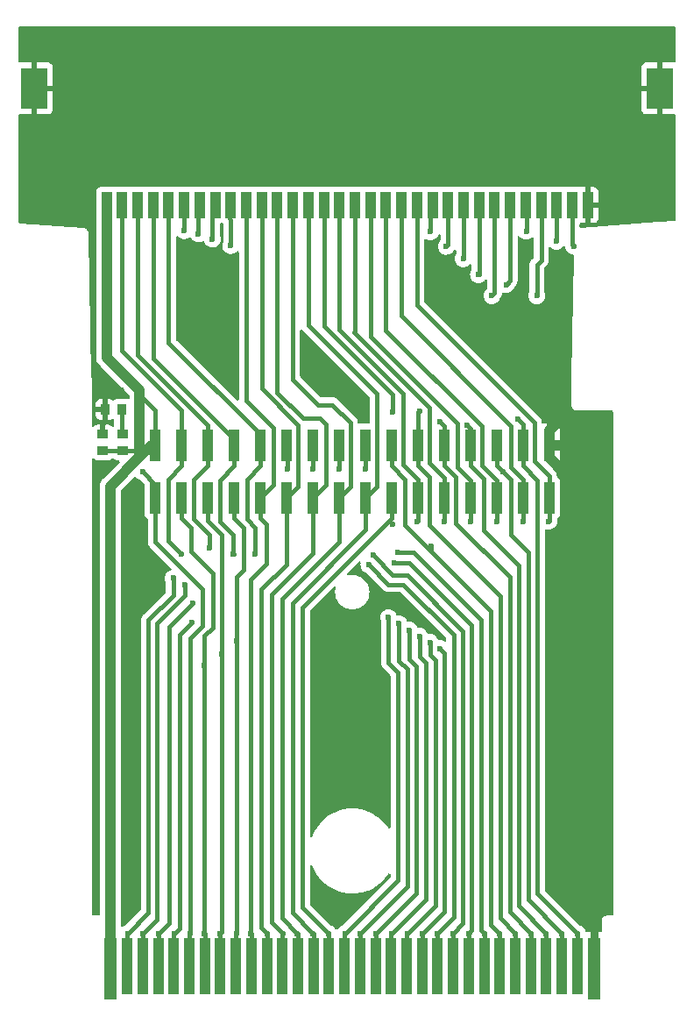
<source format=gtl>
G04 #@! TF.GenerationSoftware,KiCad,Pcbnew,6.0.8*
G04 #@! TF.CreationDate,2022-10-09T16:44:10-07:00*
G04 #@! TF.ProjectId,interposer,696e7465-7270-46f7-9365-722e6b696361,v4.0*
G04 #@! TF.SameCoordinates,Original*
G04 #@! TF.FileFunction,Copper,L1,Top*
G04 #@! TF.FilePolarity,Positive*
%FSLAX46Y46*%
G04 Gerber Fmt 4.6, Leading zero omitted, Abs format (unit mm)*
G04 Created by KiCad (PCBNEW 6.0.8) date 2022-10-09 16:44:10*
%MOMM*%
%LPD*%
G01*
G04 APERTURE LIST*
G04 #@! TA.AperFunction,SMDPad,CuDef*
%ADD10R,1.000000X3.150000*%
G04 #@! TD*
G04 #@! TA.AperFunction,SMDPad,CuDef*
%ADD11R,1.000000X0.820000*%
G04 #@! TD*
G04 #@! TA.AperFunction,ConnectorPad*
%ADD12R,1.300000X6.000000*%
G04 #@! TD*
G04 #@! TA.AperFunction,ConnectorPad*
%ADD13R,1.000000X5.500000*%
G04 #@! TD*
G04 #@! TA.AperFunction,SMDPad,CuDef*
%ADD14R,0.820000X1.000000*%
G04 #@! TD*
G04 #@! TA.AperFunction,SMDPad,CuDef*
%ADD15R,1.000000X2.500000*%
G04 #@! TD*
G04 #@! TA.AperFunction,SMDPad,CuDef*
%ADD16R,2.500000X4.000000*%
G04 #@! TD*
G04 #@! TA.AperFunction,ViaPad*
%ADD17C,1.000000*%
G04 #@! TD*
G04 #@! TA.AperFunction,ViaPad*
%ADD18C,0.600000*%
G04 #@! TD*
G04 #@! TA.AperFunction,Conductor*
%ADD19C,1.000000*%
G04 #@! TD*
G04 #@! TA.AperFunction,Conductor*
%ADD20C,0.400000*%
G04 #@! TD*
G04 #@! TA.AperFunction,Conductor*
%ADD21C,0.800000*%
G04 #@! TD*
G04 APERTURE END LIST*
D10*
X80950000Y-50525000D03*
X80950000Y-45475000D03*
X83490000Y-50525000D03*
X83490000Y-45475000D03*
X86030000Y-50525000D03*
X86030000Y-45475000D03*
X88570000Y-50525000D03*
X88570000Y-45475000D03*
X91110000Y-50525000D03*
X91110000Y-45475000D03*
X93650000Y-50525000D03*
X93650000Y-45475000D03*
X96190000Y-50525000D03*
X96190000Y-45475000D03*
X98730000Y-50525000D03*
X98730000Y-45475000D03*
X101270000Y-50525000D03*
X101270000Y-45475000D03*
X103810000Y-50525000D03*
X103810000Y-45475000D03*
X106350000Y-50525000D03*
X106350000Y-45475000D03*
X108890000Y-50525000D03*
X108890000Y-45475000D03*
X111430000Y-50525000D03*
X111430000Y-45475000D03*
X113970000Y-50525000D03*
X113970000Y-45475000D03*
X116510000Y-50525000D03*
X116510000Y-45475000D03*
X119050000Y-50525000D03*
X119050000Y-45475000D03*
D11*
X77800000Y-46000000D03*
X77800000Y-44400000D03*
D12*
X76600000Y-96000000D03*
D13*
X78250000Y-95750000D03*
X79750000Y-95750000D03*
X81250000Y-95750000D03*
X82750000Y-95750000D03*
X84250000Y-95750000D03*
X85750000Y-95750000D03*
X87250000Y-95750000D03*
X88750000Y-95750000D03*
X90250000Y-95750000D03*
X91750000Y-95750000D03*
X93250000Y-95750000D03*
X94750000Y-95750000D03*
X96250000Y-95750000D03*
X97750000Y-95750000D03*
X99250000Y-95750000D03*
X100750000Y-95750000D03*
X102250000Y-95750000D03*
X103750000Y-95750000D03*
X105250000Y-95750000D03*
X106750000Y-95750000D03*
X108250000Y-95750000D03*
X109750000Y-95750000D03*
X111250000Y-95750000D03*
X112750000Y-95750000D03*
X114250000Y-95750000D03*
X115750000Y-95750000D03*
X117250000Y-95750000D03*
X118750000Y-95750000D03*
X120250000Y-95750000D03*
X121750000Y-95750000D03*
D12*
X123400000Y-96000000D03*
D11*
X75900000Y-46000000D03*
X75900000Y-44400000D03*
D14*
X76100000Y-42000000D03*
X77700000Y-42000000D03*
D15*
X76250000Y-22250000D03*
X77750000Y-22250000D03*
X79250000Y-22250000D03*
X80750000Y-22250000D03*
X82250000Y-22250000D03*
X83750000Y-22250000D03*
X85250000Y-22250000D03*
X86750000Y-22250000D03*
X88250000Y-22250000D03*
X89750000Y-22250000D03*
X91250000Y-22250000D03*
X92750000Y-22250000D03*
X94250000Y-22250000D03*
X95750000Y-22250000D03*
X97250000Y-22250000D03*
X98750000Y-22250000D03*
X100250000Y-22250000D03*
X101750000Y-22250000D03*
X103250000Y-22250000D03*
X104750000Y-22250000D03*
X106250000Y-22250000D03*
X107750000Y-22250000D03*
X109250000Y-22250000D03*
X110750000Y-22250000D03*
X112250000Y-22250000D03*
X113750000Y-22250000D03*
X115250000Y-22250000D03*
X116750000Y-22250000D03*
X118250000Y-22250000D03*
X119750000Y-22250000D03*
X121250000Y-22250000D03*
D16*
X69300000Y-11000000D03*
X129700000Y-11000000D03*
D15*
X122750000Y-22250000D03*
D17*
X120300000Y-78300000D03*
X123300000Y-74500000D03*
X123000000Y-63200000D03*
X120300000Y-59000000D03*
X123300000Y-54900000D03*
X122300000Y-48800000D03*
X120300000Y-86100000D03*
X77600000Y-40300000D03*
X100000000Y-40200000D03*
X120200000Y-42900000D03*
D18*
X99230000Y-64020000D03*
D17*
X123900000Y-84000000D03*
D18*
X78486000Y-55626000D03*
X99060000Y-90170000D03*
X78486000Y-76962000D03*
D17*
X123400000Y-90200000D03*
D18*
X123400000Y-92600000D03*
X95270000Y-35300000D03*
X76200000Y-47498000D03*
X78486000Y-85344000D03*
D17*
X120700000Y-68500000D03*
D18*
X87170000Y-34190000D03*
X78486000Y-66548000D03*
X79720000Y-48020000D03*
X84300000Y-92600000D03*
X83770000Y-24740000D03*
X82700000Y-58300000D03*
X83500000Y-56000000D03*
X78300000Y-92600000D03*
X85700000Y-92600000D03*
X85130000Y-25050000D03*
X85700000Y-66690000D03*
X87250000Y-92600000D03*
X86470000Y-25560000D03*
X87400000Y-65660000D03*
X88800000Y-64370000D03*
X88240000Y-26180000D03*
X88800000Y-92600000D03*
X90200000Y-92600000D03*
X108250000Y-92600000D03*
X93700000Y-47800000D03*
X107540000Y-24850000D03*
X101600000Y-57000000D03*
X91800000Y-92600000D03*
X109080000Y-26260000D03*
X96200000Y-47800000D03*
X102006139Y-56086186D03*
X109750000Y-92600000D03*
X93300000Y-92600000D03*
X98700000Y-47800000D03*
X104100000Y-56800000D03*
X111250000Y-92600000D03*
X110720000Y-27450000D03*
X94700000Y-92600000D03*
X112750000Y-92600000D03*
X112190000Y-28990000D03*
X104400000Y-55800000D03*
X101300000Y-47800000D03*
X96200000Y-92600000D03*
X107600000Y-55240000D03*
X114250000Y-92600000D03*
X113480000Y-31030000D03*
X103860000Y-42300000D03*
X97700000Y-92600000D03*
X103890000Y-53060000D03*
X106480000Y-42160000D03*
X114860000Y-29950000D03*
X115750000Y-92600000D03*
X103500000Y-62100000D03*
X106300000Y-52800000D03*
X99300000Y-92600000D03*
X117250000Y-92600000D03*
X116810000Y-24790000D03*
X108499500Y-43210000D03*
X108900000Y-52800000D03*
X104499994Y-62700000D03*
X100800000Y-92600000D03*
X118750000Y-92600000D03*
X111069500Y-43493662D03*
X117830000Y-31030000D03*
X102300000Y-92600000D03*
X111400000Y-52800000D03*
X105500000Y-63300000D03*
X103800000Y-92600000D03*
X114000000Y-52800000D03*
X106499994Y-63900000D03*
X121750000Y-92600000D03*
X121400000Y-26230000D03*
X116002138Y-42960469D03*
X105300000Y-92600000D03*
X116500000Y-52800000D03*
X107507115Y-64507115D03*
X119000000Y-52800000D03*
X108500000Y-65100000D03*
X106800000Y-92600000D03*
X114520000Y-48000000D03*
X119730000Y-25770000D03*
X120250000Y-92600000D03*
X90600000Y-56000000D03*
X82800000Y-92600000D03*
X84499996Y-62600000D03*
X88500000Y-56000000D03*
X84600000Y-60700000D03*
X81300000Y-92600000D03*
X79800000Y-92600000D03*
X83847602Y-58952398D03*
X86200000Y-55400000D03*
D19*
X79461471Y-40181572D02*
X76250000Y-36970101D01*
X76600000Y-49442943D02*
X79461471Y-46581471D01*
D20*
X80425000Y-46000000D02*
X80950000Y-45475000D01*
D19*
X79461471Y-46581471D02*
X80567943Y-45475000D01*
D20*
X75900000Y-46000000D02*
X77800000Y-46000000D01*
X80950000Y-42094365D02*
X76250000Y-37394365D01*
X80950000Y-45475000D02*
X80950000Y-42094365D01*
D19*
X76250000Y-36970101D02*
X76250000Y-22250000D01*
X80567943Y-45475000D02*
X80950000Y-45475000D01*
X79461471Y-46581471D02*
X79461471Y-40181572D01*
D20*
X77800000Y-46000000D02*
X80425000Y-46000000D01*
D19*
X76600000Y-96000000D02*
X76600000Y-49442943D01*
D20*
X76250000Y-37394365D02*
X76250000Y-22250000D01*
D21*
X120140000Y-78140000D02*
X120300000Y-78300000D01*
X120300000Y-78300000D02*
X120300000Y-77500000D01*
D20*
X100000000Y-40030000D02*
X95270000Y-35300000D01*
D19*
X121605000Y-45475000D02*
X122300000Y-46170000D01*
D21*
X123300000Y-74500000D02*
X123300000Y-71100000D01*
X120300000Y-86100000D02*
X120300000Y-77800000D01*
D20*
X119050000Y-45230000D02*
X119050000Y-46230000D01*
D19*
X119050000Y-45475000D02*
X119050000Y-46630000D01*
D21*
X120300000Y-77500000D02*
X123300000Y-74500000D01*
X120140000Y-77640000D02*
X120140000Y-78140000D01*
X120300000Y-59000000D02*
X120300000Y-57900000D01*
D19*
X119050000Y-45475000D02*
X121605000Y-45475000D01*
D21*
X120300000Y-77800000D02*
X120140000Y-77640000D01*
X123300000Y-71100000D02*
X120700000Y-68500000D01*
X123000000Y-61700000D02*
X120300000Y-59000000D01*
D19*
X119050000Y-44050000D02*
X120200000Y-42900000D01*
D21*
X122400000Y-84000000D02*
X120300000Y-86100000D01*
X123000000Y-62520000D02*
X123000000Y-63200000D01*
X120700000Y-64700000D02*
X122940000Y-62460000D01*
X122940000Y-62460000D02*
X123000000Y-62520000D01*
X120700000Y-68500000D02*
X120700000Y-64700000D01*
D19*
X122300000Y-46170000D02*
X122300000Y-48800000D01*
X119050000Y-46630000D02*
X122220000Y-49800000D01*
D21*
X123000000Y-63200000D02*
X123000000Y-61700000D01*
X123400000Y-96000000D02*
X123400000Y-92600000D01*
D19*
X122220000Y-49800000D02*
X123300000Y-49800000D01*
D21*
X123400000Y-92600000D02*
X123400000Y-90200000D01*
X123400000Y-84500000D02*
X123400000Y-89792894D01*
D20*
X100000000Y-40200000D02*
X100000000Y-40030000D01*
D19*
X119050000Y-45475000D02*
X119050000Y-44050000D01*
D21*
X123900000Y-84000000D02*
X123400000Y-84500000D01*
X123300000Y-49800000D02*
X122300000Y-48800000D01*
X120300000Y-57900000D02*
X123300000Y-54900000D01*
X123300000Y-54900000D02*
X123300000Y-49800000D01*
X123900000Y-84000000D02*
X122400000Y-84000000D01*
D20*
X77700000Y-44300000D02*
X77800000Y-44400000D01*
X77800000Y-42100000D02*
X77700000Y-42000000D01*
X77700000Y-42000000D02*
X77700000Y-44300000D01*
X80950000Y-49250000D02*
X79720000Y-48020000D01*
X85500001Y-59332003D02*
X80950000Y-54782002D01*
X84250000Y-95750000D02*
X84250000Y-92650000D01*
X83770000Y-24740000D02*
X83770000Y-22270000D01*
X80950000Y-54782002D02*
X80950000Y-50525000D01*
X85500001Y-62931997D02*
X85500001Y-59332003D01*
X83770000Y-22270000D02*
X83750000Y-22250000D01*
X80950000Y-50525000D02*
X80950000Y-49250000D01*
X84300000Y-92600000D02*
X84300000Y-64131998D01*
X84250000Y-92650000D02*
X84300000Y-92600000D01*
X84300000Y-64131998D02*
X85500001Y-62931997D01*
X82200000Y-48740000D02*
X83490000Y-47450000D01*
X83490000Y-47450000D02*
X83490000Y-45475000D01*
X80300000Y-62328004D02*
X82700000Y-59928004D01*
X82200000Y-54700000D02*
X82200000Y-48740000D01*
X77750000Y-36348630D02*
X77750000Y-22250000D01*
X80300000Y-90600000D02*
X80300000Y-62328004D01*
X78300000Y-92600000D02*
X80300000Y-90600000D01*
X78250000Y-95750000D02*
X78250000Y-92650000D01*
X82700000Y-59928004D02*
X82700000Y-58300000D01*
X78250000Y-92650000D02*
X78300000Y-92600000D01*
X83490000Y-42088630D02*
X77750000Y-36348630D01*
X83490000Y-45475000D02*
X83490000Y-42088630D01*
X83490000Y-55990000D02*
X83500000Y-56000000D01*
X83500000Y-56000000D02*
X82200000Y-54700000D01*
X84400001Y-55732003D02*
X86500000Y-57832002D01*
X85700000Y-92600000D02*
X85700000Y-64880000D01*
X85750000Y-95750000D02*
X85750000Y-92650000D01*
X84400001Y-53410001D02*
X84400001Y-55732003D01*
X85700000Y-63863382D02*
X85700000Y-64880000D01*
X86500000Y-63063382D02*
X85700000Y-63863382D01*
X85130000Y-22370000D02*
X85250000Y-22250000D01*
X85130000Y-25050000D02*
X85130000Y-22370000D01*
X83490000Y-52500000D02*
X84400001Y-53410001D01*
X83490000Y-50525000D02*
X83490000Y-52500000D01*
X86500000Y-57832002D02*
X86500000Y-63063382D01*
X85750000Y-92650000D02*
X85700000Y-92600000D01*
X86470000Y-25560000D02*
X86470000Y-22530000D01*
X87400000Y-92450000D02*
X87400000Y-65660000D01*
X86470000Y-22530000D02*
X86750000Y-22250000D01*
X87400000Y-54147232D02*
X87400000Y-65660000D01*
X87250000Y-92600000D02*
X87400000Y-92450000D01*
X86030000Y-52777232D02*
X87400000Y-54147232D01*
X86030000Y-50525000D02*
X86030000Y-52777232D01*
X87250000Y-95750000D02*
X87250000Y-92600000D01*
X89500001Y-53430001D02*
X88570000Y-52500000D01*
X88800000Y-58200000D02*
X89500001Y-57499999D01*
X88800000Y-62420000D02*
X88800000Y-58200000D01*
X88110000Y-22390000D02*
X88250000Y-22250000D01*
X88570000Y-52500000D02*
X88570000Y-50525000D01*
X88750000Y-92650000D02*
X88800000Y-92600000D01*
X88240000Y-26180000D02*
X88240000Y-23690000D01*
X88750000Y-95750000D02*
X88750000Y-92650000D01*
X88800000Y-92600000D02*
X88800000Y-66140000D01*
X89500001Y-57499999D02*
X89500001Y-53430001D01*
X88800000Y-64370000D02*
X88800000Y-62420000D01*
X88800000Y-62420000D02*
X88800000Y-66140000D01*
X88240000Y-23690000D02*
X88110000Y-23560000D01*
X88110000Y-23560000D02*
X88110000Y-22390000D01*
X88800000Y-66140000D02*
X88800000Y-64370000D01*
X91110000Y-50525000D02*
X92360000Y-49275000D01*
X91110000Y-52500000D02*
X91700000Y-53090000D01*
X92360000Y-43800000D02*
X89750000Y-41190000D01*
X91700000Y-56900000D02*
X90200000Y-58400000D01*
X91110000Y-50525000D02*
X91110000Y-52500000D01*
X90250000Y-92650000D02*
X90200000Y-92600000D01*
X90250000Y-95750000D02*
X90250000Y-92650000D01*
X91700000Y-53090000D02*
X91700000Y-56900000D01*
X89750000Y-41190000D02*
X89750000Y-22250000D01*
X90200000Y-58400000D02*
X90200000Y-92600000D01*
X92360000Y-49275000D02*
X92360000Y-43800000D01*
X93700000Y-47800000D02*
X93700000Y-45525000D01*
X107540000Y-24850000D02*
X107540000Y-22460000D01*
X93700000Y-45525000D02*
X93650000Y-45475000D01*
X108250000Y-92600000D02*
X108250000Y-95750000D01*
X103500000Y-58900000D02*
X101600000Y-57000000D01*
X104900000Y-58900000D02*
X103500000Y-58900000D01*
X109800000Y-91050000D02*
X109800000Y-63800000D01*
X108250000Y-92600000D02*
X109800000Y-91050000D01*
X109800000Y-63800000D02*
X104900000Y-58900000D01*
X107540000Y-22460000D02*
X107750000Y-22250000D01*
X93650000Y-56950000D02*
X91200000Y-59400000D01*
X93650000Y-50525000D02*
X93650000Y-56950000D01*
X91750000Y-95750000D02*
X91750000Y-92650000D01*
X91250000Y-40010000D02*
X91250000Y-22250000D01*
X94750000Y-49425000D02*
X94750000Y-43510000D01*
X93650000Y-50525000D02*
X94750000Y-49425000D01*
X91200000Y-92000000D02*
X91800000Y-92600000D01*
X91750000Y-92650000D02*
X91800000Y-92600000D01*
X94750000Y-43510000D02*
X91250000Y-40010000D01*
X91200000Y-59400000D02*
X91200000Y-92000000D01*
X109750000Y-92600000D02*
X110700000Y-91650000D01*
X103919953Y-58000000D02*
X102006139Y-56086186D01*
X110700000Y-91650000D02*
X110700000Y-63400006D01*
X96200000Y-45485000D02*
X96190000Y-45475000D01*
X109080000Y-26260000D02*
X109250000Y-26090000D01*
X96200000Y-47800000D02*
X96200000Y-45485000D01*
X110700000Y-63400006D02*
X105299994Y-58000000D01*
X109250000Y-26090000D02*
X109250000Y-22250000D01*
X105299994Y-58000000D02*
X103919953Y-58000000D01*
X109750000Y-92600000D02*
X109750000Y-95750000D01*
X93250000Y-92650000D02*
X93300000Y-92600000D01*
X92750000Y-22250000D02*
X92750000Y-40378630D01*
X95251370Y-42880000D02*
X96870000Y-42880000D01*
X97430000Y-49285000D02*
X96190000Y-50525000D01*
X96870000Y-42880000D02*
X97430000Y-43440000D01*
X93300000Y-92600000D02*
X92200000Y-91500000D01*
X92750000Y-40378630D02*
X95251370Y-42880000D01*
X92200000Y-59900000D02*
X96190000Y-55910000D01*
X93250000Y-95750000D02*
X93250000Y-92650000D01*
X92200000Y-91500000D02*
X92200000Y-59900000D01*
X96190000Y-55910000D02*
X96190000Y-50525000D01*
X97430000Y-43440000D02*
X97430000Y-49285000D01*
X111250000Y-92600000D02*
X111549999Y-92300001D01*
X105500014Y-56800000D02*
X104100000Y-56800000D01*
X110720000Y-27450000D02*
X110750000Y-27420000D01*
X98700000Y-47800000D02*
X98700000Y-45505000D01*
X98700000Y-45505000D02*
X98730000Y-45475000D01*
X111549999Y-62849985D02*
X105500014Y-56800000D01*
X111250000Y-92600000D02*
X111250000Y-95750000D01*
X110750000Y-27420000D02*
X110750000Y-22250000D01*
X111549999Y-92300001D02*
X111549999Y-62849985D01*
X98730000Y-50525000D02*
X99830000Y-49425000D01*
X94250000Y-39130000D02*
X94250000Y-22250000D01*
X93200000Y-91100000D02*
X94700000Y-92600000D01*
X98070000Y-41540000D02*
X96660000Y-41540000D01*
X99830000Y-49425000D02*
X99830000Y-43300000D01*
X98730000Y-50525000D02*
X98730000Y-54770000D01*
X96660000Y-41540000D02*
X94250000Y-39130000D01*
X99830000Y-43300000D02*
X98070000Y-41540000D01*
X93200000Y-60300000D02*
X93200000Y-91100000D01*
X94750000Y-95750000D02*
X94750000Y-92650000D01*
X98730000Y-54770000D02*
X93200000Y-60300000D01*
X94750000Y-92650000D02*
X94700000Y-92600000D01*
X105899996Y-55800000D02*
X104400000Y-55800000D01*
X101300000Y-47800000D02*
X101300000Y-45505000D01*
X112190000Y-28990000D02*
X112250000Y-28930000D01*
X112750000Y-92600000D02*
X112750000Y-95750000D01*
X112250000Y-28930000D02*
X112250000Y-22250000D01*
X112450001Y-92300001D02*
X112450001Y-62350005D01*
X101300000Y-45505000D02*
X101270000Y-45475000D01*
X112450001Y-62350005D02*
X105899996Y-55800000D01*
X112750000Y-92600000D02*
X112450001Y-92300001D01*
X102370000Y-49425000D02*
X102370000Y-40500000D01*
X96250000Y-92650000D02*
X96200000Y-92600000D01*
X96250000Y-95750000D02*
X96250000Y-92650000D01*
X101270000Y-50525000D02*
X101270000Y-53630000D01*
X94200000Y-90600000D02*
X96200000Y-92600000D01*
X101270000Y-50525000D02*
X102370000Y-49425000D01*
X102370000Y-40500000D02*
X95730000Y-33860000D01*
X94200000Y-60700000D02*
X94200000Y-90600000D01*
X101270000Y-53630000D02*
X94200000Y-60700000D01*
X95750000Y-33840000D02*
X95750000Y-22250000D01*
X95730000Y-33860000D02*
X95750000Y-33840000D01*
X107800000Y-55900000D02*
X107600000Y-55700000D01*
X107800000Y-55900000D02*
X105100000Y-53200000D01*
X113400000Y-61500000D02*
X107800000Y-55900000D01*
X107600000Y-55700000D02*
X107600000Y-55240000D01*
X105100000Y-48740000D02*
X103810000Y-47450000D01*
X114250000Y-92600000D02*
X114250000Y-95750000D01*
X113750000Y-30760000D02*
X113750000Y-22250000D01*
X114250000Y-92600000D02*
X113400000Y-91750000D01*
X113480000Y-31030000D02*
X113750000Y-30760000D01*
X103810000Y-47450000D02*
X103810000Y-45475000D01*
X113400000Y-91750000D02*
X113400000Y-61500000D01*
X105100000Y-53200000D02*
X105100000Y-48740000D01*
X97750000Y-92650000D02*
X97700000Y-92600000D01*
X95200000Y-61110000D02*
X95200000Y-90100000D01*
X103860000Y-40570000D02*
X103860000Y-42300000D01*
X103645000Y-52815000D02*
X103495000Y-52815000D01*
X97750000Y-95750000D02*
X97750000Y-92650000D01*
X97250000Y-22250000D02*
X97250000Y-33960000D01*
X102440000Y-39150000D02*
X103860000Y-40570000D01*
X95200000Y-90100000D02*
X97700000Y-92600000D01*
X103890000Y-53060000D02*
X103645000Y-52815000D01*
X103810000Y-52500000D02*
X103495000Y-52815000D01*
X97250000Y-33960000D02*
X102440000Y-39150000D01*
X103495000Y-52815000D02*
X95200000Y-61110000D01*
X103810000Y-50525000D02*
X103810000Y-52500000D01*
X107450001Y-53150001D02*
X107450001Y-48550001D01*
X114300000Y-60000000D02*
X107450001Y-53150001D01*
X106350000Y-45475000D02*
X106350000Y-42290000D01*
X115250000Y-29560000D02*
X115250000Y-22250000D01*
X107450001Y-48550001D02*
X106350000Y-47450000D01*
X106350000Y-42290000D02*
X106480000Y-42160000D01*
X114860000Y-29950000D02*
X115250000Y-29560000D01*
X115750000Y-92600000D02*
X114300000Y-91150000D01*
X106350000Y-47450000D02*
X106350000Y-45475000D01*
X115750000Y-92600000D02*
X115750000Y-95750000D01*
X114300000Y-91150000D02*
X114300000Y-60000000D01*
X104940000Y-47340000D02*
X104940000Y-40518630D01*
X106350000Y-48750000D02*
X104940000Y-47340000D01*
X103500000Y-66500000D02*
X103500000Y-62100000D01*
X106350000Y-50525000D02*
X106350000Y-48750000D01*
X106350000Y-50525000D02*
X106350000Y-52750000D01*
X98750000Y-34328630D02*
X98750000Y-22250000D01*
X99250000Y-95750000D02*
X99250000Y-92650000D01*
X106350000Y-52750000D02*
X106300000Y-52800000D01*
X104400000Y-87500000D02*
X104400000Y-67400000D01*
X104400000Y-67400000D02*
X103500000Y-66500000D01*
X104940000Y-40518630D02*
X98750000Y-34328630D01*
X99250000Y-92650000D02*
X99300000Y-92600000D01*
X99300000Y-92600000D02*
X104400000Y-87500000D01*
X116810000Y-24790000D02*
X116810000Y-22310000D01*
X117250000Y-92600000D02*
X117250000Y-95750000D01*
X109990001Y-52990001D02*
X109990001Y-48550001D01*
X116810000Y-22310000D02*
X116750000Y-22250000D01*
X108890000Y-43600500D02*
X108499500Y-43210000D01*
X109990001Y-48550001D02*
X108890000Y-47450000D01*
X108890000Y-47450000D02*
X108890000Y-45475000D01*
X115200000Y-58200000D02*
X109990001Y-52990001D01*
X108890000Y-45475000D02*
X108890000Y-43600500D01*
X115200000Y-90550000D02*
X115200000Y-58200000D01*
X117250000Y-92600000D02*
X115200000Y-90550000D01*
X107450000Y-41810000D02*
X100180000Y-34540000D01*
X100750000Y-95750000D02*
X100750000Y-92650000D01*
X107450000Y-47141370D02*
X107450000Y-41810000D01*
X100250000Y-34470000D02*
X100250000Y-22250000D01*
X108890000Y-48581370D02*
X107450000Y-47141370D01*
X108890000Y-52790000D02*
X108900000Y-52800000D01*
X100800000Y-92600000D02*
X105300000Y-88100000D01*
X108890000Y-50525000D02*
X108890000Y-52790000D01*
X104499994Y-66299994D02*
X104499994Y-62700000D01*
X108890000Y-50525000D02*
X108890000Y-48581370D01*
X100180000Y-34540000D02*
X100250000Y-34470000D01*
X105300000Y-67100000D02*
X104499994Y-66299994D01*
X105300000Y-88100000D02*
X105300000Y-67100000D01*
X100750000Y-92650000D02*
X100800000Y-92600000D01*
X112700000Y-48720000D02*
X111430000Y-47450000D01*
X111430000Y-43854162D02*
X111069500Y-43493662D01*
X118250000Y-22250000D02*
X118250000Y-27620000D01*
X116100000Y-57100000D02*
X112700000Y-53700000D01*
X112700000Y-53700000D02*
X112700000Y-48720000D01*
X111430000Y-47450000D02*
X111430000Y-45475000D01*
X117830000Y-28040000D02*
X117830000Y-31030000D01*
X118250000Y-27620000D02*
X117830000Y-28040000D01*
X118750000Y-92600000D02*
X116100000Y-89950000D01*
X118750000Y-92600000D02*
X118750000Y-95750000D01*
X111430000Y-45475000D02*
X111430000Y-43854162D01*
X116100000Y-89950000D02*
X116100000Y-57100000D01*
X110170000Y-47598630D02*
X111430000Y-48858630D01*
X101750000Y-22250000D02*
X101750000Y-34978630D01*
X102250000Y-95750000D02*
X102250000Y-92650000D01*
X105500000Y-66100000D02*
X105500000Y-63300000D01*
X111430000Y-48858630D02*
X111430000Y-50525000D01*
X106200000Y-88700000D02*
X106200000Y-66800000D01*
X102250000Y-92650000D02*
X102300000Y-92600000D01*
X111430000Y-52770000D02*
X111400000Y-52800000D01*
X110170000Y-43398630D02*
X110170000Y-47598630D01*
X101750000Y-34978630D02*
X110170000Y-43398630D01*
X106200000Y-66800000D02*
X105500000Y-66100000D01*
X102300000Y-92600000D02*
X106200000Y-88700000D01*
X111430000Y-50525000D02*
X111430000Y-52770000D01*
X113970000Y-50525000D02*
X113970000Y-52770000D01*
X107100000Y-89300000D02*
X107100000Y-66500000D01*
X103750000Y-95750000D02*
X103750000Y-92650000D01*
X113970000Y-50525000D02*
X113970000Y-48858630D01*
X103750000Y-92650000D02*
X103800000Y-92600000D01*
X106499994Y-65899994D02*
X106499994Y-63900000D01*
X113970000Y-48858630D02*
X112530000Y-47418630D01*
X103250000Y-34360000D02*
X103250000Y-22250000D01*
X112530000Y-47418630D02*
X112530000Y-43640000D01*
X112530000Y-43640000D02*
X103250000Y-34360000D01*
X103800000Y-92600000D02*
X107100000Y-89300000D01*
X113970000Y-52770000D02*
X114000000Y-52800000D01*
X107100000Y-66500000D02*
X106499994Y-65899994D01*
X116510000Y-45475000D02*
X116510000Y-43468331D01*
X116510000Y-43468331D02*
X116002138Y-42960469D01*
X121400000Y-26230000D02*
X121250000Y-26080000D01*
X116510000Y-47450000D02*
X116510000Y-45475000D01*
X117900000Y-88750000D02*
X117900000Y-48840000D01*
X121750000Y-92600000D02*
X117900000Y-88750000D01*
X117900000Y-48840000D02*
X116510000Y-47450000D01*
X121750000Y-92600000D02*
X121750000Y-95750000D01*
X121250000Y-26080000D02*
X121250000Y-22250000D01*
X116510000Y-48780000D02*
X116510000Y-50525000D01*
X105250000Y-95750000D02*
X105250000Y-92650000D01*
X115350000Y-43580000D02*
X115350000Y-47620000D01*
X107500000Y-65700000D02*
X107507115Y-65692885D01*
X108000000Y-89900000D02*
X108000000Y-66200000D01*
X116510000Y-52790000D02*
X116500000Y-52800000D01*
X116510000Y-50525000D02*
X116510000Y-52790000D01*
X107507115Y-65692885D02*
X107507115Y-64507115D01*
X108000000Y-66200000D02*
X107500000Y-65700000D01*
X115350000Y-47620000D02*
X116510000Y-48780000D01*
X105300000Y-92600000D02*
X108000000Y-89900000D01*
X104750000Y-32980000D02*
X115350000Y-43580000D01*
X105250000Y-92650000D02*
X105300000Y-92600000D01*
X104750000Y-22250000D02*
X104750000Y-32980000D01*
X106800000Y-92600000D02*
X108900000Y-90500000D01*
X117610000Y-43280000D02*
X106250000Y-31920000D01*
X108900000Y-65500000D02*
X108500000Y-65100000D01*
X119050000Y-52750000D02*
X119000000Y-52800000D01*
X119050000Y-50525000D02*
X119050000Y-48430000D01*
X106750000Y-95750000D02*
X106750000Y-92650000D01*
X108900000Y-90500000D02*
X108900000Y-65500000D01*
X119050000Y-50525000D02*
X119050000Y-52750000D01*
X117610000Y-46990000D02*
X117610000Y-43280000D01*
X106250000Y-31920000D02*
X106250000Y-22250000D01*
X106750000Y-92650000D02*
X106800000Y-92600000D01*
X119050000Y-48430000D02*
X117610000Y-46990000D01*
X120250000Y-92600000D02*
X120250000Y-95750000D01*
X120250000Y-92600000D02*
X117000000Y-89350000D01*
X113970000Y-47450000D02*
X113970000Y-45475000D01*
X115300000Y-54100000D02*
X115300000Y-48780000D01*
X114520000Y-48000000D02*
X113970000Y-47450000D01*
X117000000Y-89350000D02*
X117000000Y-55800000D01*
X117000000Y-55800000D02*
X115300000Y-54100000D01*
X119730000Y-22270000D02*
X119750000Y-22250000D01*
X115300000Y-48780000D02*
X114520000Y-48000000D01*
X119730000Y-25770000D02*
X119730000Y-22270000D01*
X89800000Y-52598616D02*
X90600000Y-53398616D01*
X82250000Y-35540000D02*
X82250000Y-22250000D01*
X91110000Y-47450000D02*
X89800000Y-48760000D01*
X89800000Y-48760000D02*
X89800000Y-52598616D01*
X91110000Y-45475000D02*
X91110000Y-47450000D01*
X90600000Y-53398616D02*
X90600000Y-56000000D01*
X83300000Y-92100000D02*
X83300000Y-63799996D01*
X91110000Y-44400000D02*
X82250000Y-35540000D01*
X82750000Y-95750000D02*
X82750000Y-92650000D01*
X82800000Y-92600000D02*
X83300000Y-92100000D01*
X83300000Y-63799996D02*
X84499996Y-62600000D01*
X82750000Y-92650000D02*
X82800000Y-92600000D01*
X91110000Y-45475000D02*
X91110000Y-44400000D01*
X88570000Y-45475000D02*
X88570000Y-44905890D01*
X88570000Y-47450000D02*
X87200000Y-48820000D01*
X80750000Y-37085890D02*
X81812055Y-38147945D01*
X87200000Y-52815848D02*
X88500000Y-54115848D01*
X88570000Y-45475000D02*
X88570000Y-47450000D01*
X88540000Y-56000000D02*
X88500000Y-56000000D01*
X81300000Y-92600000D02*
X82300000Y-91600000D01*
X82300000Y-91600000D02*
X82300000Y-63000000D01*
X88500000Y-54115848D02*
X88500000Y-56000000D01*
X82300000Y-63000000D02*
X84600000Y-60700000D01*
X80750000Y-22250000D02*
X80750000Y-37085890D01*
X88500000Y-55900000D02*
X88500000Y-56000000D01*
X88570000Y-44905890D02*
X81812055Y-38147945D01*
X81250000Y-92650000D02*
X81300000Y-92600000D01*
X87200000Y-48820000D02*
X87200000Y-52815848D01*
X88570000Y-55970000D02*
X88540000Y-56000000D01*
X81250000Y-95750000D02*
X81250000Y-92650000D01*
X79250000Y-22250000D02*
X79250000Y-36717260D01*
X79750000Y-92650000D02*
X79800000Y-92600000D01*
X81100010Y-91299990D02*
X81100010Y-62659378D01*
X79750000Y-95750000D02*
X79750000Y-92650000D01*
X79250000Y-36717260D02*
X86030000Y-43497260D01*
X84700000Y-48780000D02*
X86030000Y-47450000D01*
X81100010Y-62659378D02*
X83847602Y-59911786D01*
X84700000Y-52578616D02*
X84700000Y-48780000D01*
X83847602Y-59911786D02*
X83847602Y-58952398D01*
X86200000Y-55400000D02*
X86200000Y-54078616D01*
X86200000Y-54078616D02*
X84700000Y-52578616D01*
X86030000Y-47450000D02*
X86030000Y-45475000D01*
X79800000Y-92600000D02*
X81100010Y-91299990D01*
X86030000Y-43497260D02*
X86030000Y-45475000D01*
G04 #@! TA.AperFunction,Conductor*
G36*
X108476552Y-25066739D02*
G01*
X108526450Y-25117243D01*
X108541500Y-25176960D01*
X108541500Y-25602705D01*
X108521498Y-25670826D01*
X108503657Y-25692729D01*
X108455627Y-25739764D01*
X108449493Y-25745771D01*
X108351235Y-25898238D01*
X108348826Y-25904858D01*
X108348824Y-25904861D01*
X108291606Y-26062066D01*
X108289197Y-26068685D01*
X108266463Y-26248640D01*
X108284163Y-26429160D01*
X108341418Y-26601273D01*
X108345065Y-26607295D01*
X108345066Y-26607297D01*
X108417212Y-26726424D01*
X108435380Y-26756424D01*
X108561382Y-26886902D01*
X108586305Y-26903211D01*
X108700040Y-26977637D01*
X108713159Y-26986222D01*
X108719763Y-26988678D01*
X108719765Y-26988679D01*
X108876558Y-27046990D01*
X108876560Y-27046990D01*
X108883168Y-27049448D01*
X108966995Y-27060633D01*
X109055980Y-27072507D01*
X109055984Y-27072507D01*
X109062961Y-27073438D01*
X109069972Y-27072800D01*
X109069976Y-27072800D01*
X109212459Y-27059832D01*
X109243600Y-27056998D01*
X109250302Y-27054820D01*
X109250304Y-27054820D01*
X109409409Y-27003124D01*
X109409412Y-27003123D01*
X109416108Y-27000947D01*
X109571912Y-26908069D01*
X109703266Y-26782982D01*
X109803643Y-26631902D01*
X109804612Y-26629352D01*
X109852363Y-26579146D01*
X109921337Y-26562321D01*
X109988458Y-26585458D01*
X110032415Y-26641210D01*
X110041500Y-26688186D01*
X110041500Y-26973159D01*
X110021411Y-27041414D01*
X109991235Y-27088238D01*
X109988826Y-27094858D01*
X109988824Y-27094861D01*
X109931606Y-27252066D01*
X109929197Y-27258685D01*
X109906463Y-27438640D01*
X109924163Y-27619160D01*
X109981418Y-27791273D01*
X109985065Y-27797295D01*
X109985066Y-27797297D01*
X110064903Y-27929124D01*
X110075380Y-27946424D01*
X110080269Y-27951487D01*
X110080270Y-27951488D01*
X110101027Y-27972982D01*
X110201382Y-28076902D01*
X110233729Y-28098069D01*
X110295369Y-28138405D01*
X110353159Y-28176222D01*
X110359763Y-28178678D01*
X110359765Y-28178679D01*
X110516558Y-28236990D01*
X110516560Y-28236990D01*
X110523168Y-28239448D01*
X110606995Y-28250633D01*
X110695980Y-28262507D01*
X110695984Y-28262507D01*
X110702961Y-28263438D01*
X110709972Y-28262800D01*
X110709976Y-28262800D01*
X110852459Y-28249832D01*
X110883600Y-28246998D01*
X110890302Y-28244820D01*
X110890304Y-28244820D01*
X111049409Y-28193124D01*
X111049412Y-28193123D01*
X111056108Y-28190947D01*
X111211912Y-28098069D01*
X111328607Y-27986941D01*
X111391733Y-27954449D01*
X111462404Y-27961242D01*
X111518183Y-28005165D01*
X111541500Y-28078187D01*
X111541500Y-28466608D01*
X111521411Y-28534863D01*
X111461235Y-28628238D01*
X111399197Y-28798685D01*
X111376463Y-28978640D01*
X111394163Y-29159160D01*
X111451418Y-29331273D01*
X111545380Y-29486424D01*
X111550269Y-29491487D01*
X111550270Y-29491488D01*
X111599648Y-29542620D01*
X111671382Y-29616902D01*
X111823159Y-29716222D01*
X111829763Y-29718678D01*
X111829765Y-29718679D01*
X111986558Y-29776990D01*
X111986560Y-29776990D01*
X111993168Y-29779448D01*
X112076995Y-29790633D01*
X112165980Y-29802507D01*
X112165984Y-29802507D01*
X112172961Y-29803438D01*
X112179972Y-29802800D01*
X112179976Y-29802800D01*
X112322459Y-29789832D01*
X112353600Y-29786998D01*
X112360302Y-29784820D01*
X112360304Y-29784820D01*
X112519409Y-29733124D01*
X112519412Y-29733123D01*
X112526108Y-29730947D01*
X112681912Y-29638069D01*
X112785950Y-29538995D01*
X112808165Y-29517840D01*
X112808167Y-29517838D01*
X112813266Y-29512982D01*
X112817164Y-29507115D01*
X112818978Y-29504953D01*
X112878088Y-29465626D01*
X112949075Y-29464500D01*
X113009403Y-29501931D01*
X113039917Y-29566035D01*
X113041500Y-29585944D01*
X113041500Y-30280047D01*
X113021498Y-30348168D01*
X112989574Y-30379466D01*
X112990641Y-30380832D01*
X112985087Y-30385171D01*
X112979088Y-30388862D01*
X112849493Y-30515771D01*
X112751235Y-30668238D01*
X112748826Y-30674858D01*
X112748824Y-30674861D01*
X112691606Y-30832066D01*
X112689197Y-30838685D01*
X112666463Y-31018640D01*
X112684163Y-31199160D01*
X112741418Y-31371273D01*
X112745065Y-31377295D01*
X112745066Y-31377297D01*
X112755978Y-31395314D01*
X112835380Y-31526424D01*
X112961382Y-31656902D01*
X113113159Y-31756222D01*
X113119763Y-31758678D01*
X113119765Y-31758679D01*
X113276558Y-31816990D01*
X113276560Y-31816990D01*
X113283168Y-31819448D01*
X113366995Y-31830633D01*
X113455980Y-31842507D01*
X113455984Y-31842507D01*
X113462961Y-31843438D01*
X113469972Y-31842800D01*
X113469976Y-31842800D01*
X113612459Y-31829832D01*
X113643600Y-31826998D01*
X113650302Y-31824820D01*
X113650304Y-31824820D01*
X113809409Y-31773124D01*
X113809412Y-31773123D01*
X113816108Y-31770947D01*
X113971912Y-31678069D01*
X114103266Y-31552982D01*
X114203643Y-31401902D01*
X114248148Y-31284744D01*
X114272297Y-31245181D01*
X114274665Y-31242551D01*
X114280385Y-31237561D01*
X114317114Y-31185300D01*
X114321046Y-31180005D01*
X114355791Y-31135694D01*
X114360477Y-31129718D01*
X114363602Y-31122796D01*
X114364964Y-31120548D01*
X114373368Y-31105815D01*
X114374622Y-31103476D01*
X114378990Y-31097261D01*
X114381749Y-31090185D01*
X114381751Y-31090181D01*
X114402200Y-31037731D01*
X114404749Y-31031666D01*
X114431045Y-30973427D01*
X114432429Y-30965962D01*
X114433226Y-30963418D01*
X114437859Y-30947152D01*
X114438521Y-30944572D01*
X114441282Y-30937491D01*
X114449622Y-30874143D01*
X114450653Y-30867630D01*
X114459266Y-30821160D01*
X114491348Y-30757825D01*
X114552578Y-30721889D01*
X114627074Y-30726025D01*
X114663168Y-30739448D01*
X114746995Y-30750633D01*
X114835980Y-30762507D01*
X114835984Y-30762507D01*
X114842961Y-30763438D01*
X114849972Y-30762800D01*
X114849976Y-30762800D01*
X114992459Y-30749832D01*
X115023600Y-30746998D01*
X115030302Y-30744820D01*
X115030304Y-30744820D01*
X115189409Y-30693124D01*
X115189412Y-30693123D01*
X115196108Y-30690947D01*
X115292513Y-30633478D01*
X115345860Y-30601677D01*
X115345862Y-30601676D01*
X115351912Y-30598069D01*
X115483266Y-30472982D01*
X115583643Y-30321902D01*
X115631371Y-30196259D01*
X115660063Y-30151908D01*
X115730533Y-30081437D01*
X115736800Y-30075582D01*
X115774660Y-30042555D01*
X115780385Y-30037561D01*
X115817136Y-29985271D01*
X115821028Y-29980029D01*
X115860476Y-29929718D01*
X115863600Y-29922799D01*
X115864988Y-29920507D01*
X115873357Y-29905835D01*
X115874622Y-29903475D01*
X115878990Y-29897261D01*
X115902203Y-29837723D01*
X115904759Y-29831642D01*
X115917915Y-29802507D01*
X115931045Y-29773427D01*
X115932430Y-29765954D01*
X115933234Y-29763388D01*
X115937855Y-29747165D01*
X115938520Y-29744573D01*
X115941282Y-29737491D01*
X115949622Y-29674139D01*
X115950654Y-29667623D01*
X115960911Y-29612281D01*
X115962295Y-29604814D01*
X115958709Y-29542620D01*
X115958500Y-29535367D01*
X115958500Y-25384055D01*
X115978502Y-25315934D01*
X116032158Y-25269441D01*
X116102432Y-25259337D01*
X116167012Y-25288831D01*
X116175136Y-25296528D01*
X116286483Y-25411830D01*
X116286488Y-25411834D01*
X116291382Y-25416902D01*
X116443159Y-25516222D01*
X116449763Y-25518678D01*
X116449765Y-25518679D01*
X116606558Y-25576990D01*
X116606560Y-25576990D01*
X116613168Y-25579448D01*
X116690339Y-25589745D01*
X116785980Y-25602507D01*
X116785984Y-25602507D01*
X116792961Y-25603438D01*
X116799972Y-25602800D01*
X116799976Y-25602800D01*
X116943417Y-25589745D01*
X116973600Y-25586998D01*
X116980302Y-25584820D01*
X116980304Y-25584820D01*
X117139409Y-25533124D01*
X117139412Y-25533123D01*
X117146108Y-25530947D01*
X117301912Y-25438069D01*
X117322516Y-25418448D01*
X117328608Y-25412647D01*
X117391733Y-25380155D01*
X117462404Y-25386949D01*
X117518183Y-25430872D01*
X117541500Y-25503893D01*
X117541500Y-27274340D01*
X117521498Y-27342461D01*
X117504595Y-27363435D01*
X117349480Y-27518550D01*
X117343215Y-27524404D01*
X117299615Y-27562439D01*
X117273936Y-27598977D01*
X117262872Y-27614719D01*
X117258939Y-27620014D01*
X117219524Y-27670282D01*
X117216401Y-27677198D01*
X117215017Y-27679484D01*
X117206643Y-27694165D01*
X117205378Y-27696525D01*
X117201010Y-27702739D01*
X117198250Y-27709818D01*
X117198249Y-27709820D01*
X117177798Y-27762275D01*
X117175247Y-27768344D01*
X117148955Y-27826573D01*
X117147571Y-27834040D01*
X117146770Y-27836595D01*
X117142141Y-27852848D01*
X117141478Y-27855428D01*
X117138718Y-27862509D01*
X117137727Y-27870040D01*
X117137726Y-27870042D01*
X117130379Y-27925852D01*
X117129348Y-27932359D01*
X117117704Y-27995186D01*
X117118141Y-28002766D01*
X117118141Y-28002767D01*
X117121291Y-28057392D01*
X117121500Y-28064646D01*
X117121500Y-30599710D01*
X117105341Y-30654598D01*
X117108183Y-30656009D01*
X117105054Y-30662312D01*
X117101235Y-30668238D01*
X117098826Y-30674858D01*
X117098824Y-30674861D01*
X117041606Y-30832066D01*
X117039197Y-30838685D01*
X117016463Y-31018640D01*
X117034163Y-31199160D01*
X117091418Y-31371273D01*
X117095065Y-31377295D01*
X117095066Y-31377297D01*
X117105978Y-31395314D01*
X117185380Y-31526424D01*
X117311382Y-31656902D01*
X117463159Y-31756222D01*
X117469763Y-31758678D01*
X117469765Y-31758679D01*
X117626558Y-31816990D01*
X117626560Y-31816990D01*
X117633168Y-31819448D01*
X117716995Y-31830633D01*
X117805980Y-31842507D01*
X117805984Y-31842507D01*
X117812961Y-31843438D01*
X117819972Y-31842800D01*
X117819976Y-31842800D01*
X117962459Y-31829832D01*
X117993600Y-31826998D01*
X118000302Y-31824820D01*
X118000304Y-31824820D01*
X118159409Y-31773124D01*
X118159412Y-31773123D01*
X118166108Y-31770947D01*
X118321912Y-31678069D01*
X118453266Y-31552982D01*
X118553643Y-31401902D01*
X118608977Y-31256237D01*
X118615555Y-31238920D01*
X118615556Y-31238918D01*
X118618055Y-31232338D01*
X118619035Y-31225366D01*
X118642748Y-31056639D01*
X118642748Y-31056636D01*
X118643299Y-31052717D01*
X118643616Y-31030000D01*
X118623397Y-30849745D01*
X118621080Y-30843091D01*
X118566064Y-30685106D01*
X118566062Y-30685103D01*
X118563745Y-30678448D01*
X118557644Y-30668684D01*
X118538500Y-30601918D01*
X118538500Y-28385660D01*
X118558502Y-28317539D01*
X118575405Y-28296565D01*
X118730520Y-28141450D01*
X118736785Y-28135596D01*
X118774660Y-28102555D01*
X118780385Y-28097561D01*
X118817114Y-28045300D01*
X118821046Y-28040005D01*
X118855791Y-27995694D01*
X118860477Y-27989718D01*
X118863602Y-27982796D01*
X118864964Y-27980548D01*
X118873368Y-27965815D01*
X118874622Y-27963476D01*
X118878990Y-27957261D01*
X118881749Y-27950185D01*
X118881751Y-27950181D01*
X118902200Y-27897731D01*
X118904749Y-27891666D01*
X118931045Y-27833427D01*
X118932429Y-27825962D01*
X118933226Y-27823418D01*
X118937859Y-27807152D01*
X118938521Y-27804572D01*
X118941282Y-27797491D01*
X118942981Y-27784590D01*
X118949621Y-27734147D01*
X118950653Y-27727629D01*
X118955267Y-27702739D01*
X118962296Y-27664813D01*
X118958709Y-27602602D01*
X118958500Y-27595349D01*
X118958500Y-26446896D01*
X118978502Y-26378775D01*
X119032158Y-26332282D01*
X119102432Y-26322178D01*
X119167012Y-26351672D01*
X119175132Y-26359364D01*
X119211382Y-26396902D01*
X119363159Y-26496222D01*
X119369763Y-26498678D01*
X119369765Y-26498679D01*
X119526558Y-26556990D01*
X119526560Y-26556990D01*
X119533168Y-26559448D01*
X119616995Y-26570633D01*
X119705980Y-26582507D01*
X119705984Y-26582507D01*
X119712961Y-26583438D01*
X119719972Y-26582800D01*
X119719976Y-26582800D01*
X119862459Y-26569832D01*
X119893600Y-26566998D01*
X119900302Y-26564820D01*
X119900304Y-26564820D01*
X120059409Y-26513124D01*
X120059412Y-26513123D01*
X120066108Y-26510947D01*
X120173554Y-26446896D01*
X120215860Y-26421677D01*
X120215862Y-26421676D01*
X120221912Y-26418069D01*
X120353266Y-26292982D01*
X120357167Y-26287110D01*
X120361691Y-26281719D01*
X120363115Y-26282914D01*
X120410316Y-26243249D01*
X120480735Y-26234212D01*
X120544861Y-26264680D01*
X120576287Y-26307994D01*
X120592452Y-26344819D01*
X120595006Y-26351092D01*
X120595122Y-26351400D01*
X120595182Y-26351559D01*
X120602635Y-26383588D01*
X120603474Y-26392143D01*
X120603476Y-26392151D01*
X120604163Y-26399160D01*
X120661418Y-26571273D01*
X120665065Y-26577295D01*
X120665066Y-26577297D01*
X120721452Y-26670401D01*
X120755380Y-26726424D01*
X120881382Y-26856902D01*
X121033159Y-26956222D01*
X121039763Y-26958678D01*
X121039765Y-26958679D01*
X121196558Y-27016990D01*
X121196560Y-27016990D01*
X121203168Y-27019448D01*
X121272181Y-27028657D01*
X121335690Y-27037131D01*
X121400567Y-27065967D01*
X121439555Y-27125301D01*
X121444996Y-27164721D01*
X121361597Y-31056639D01*
X121192442Y-38950528D01*
X121192167Y-38956098D01*
X121191500Y-38960386D01*
X121191500Y-38993185D01*
X121191471Y-38995884D01*
X121190834Y-39025611D01*
X121191355Y-39029904D01*
X121191500Y-39035714D01*
X121191500Y-41591377D01*
X121191498Y-41592147D01*
X121191024Y-41669721D01*
X121193491Y-41678352D01*
X121199150Y-41698153D01*
X121202728Y-41714915D01*
X121206920Y-41744187D01*
X121210634Y-41752355D01*
X121210634Y-41752356D01*
X121217548Y-41767562D01*
X121223996Y-41785086D01*
X121231051Y-41809771D01*
X121235843Y-41817365D01*
X121235844Y-41817368D01*
X121246830Y-41834780D01*
X121254969Y-41849863D01*
X121267208Y-41876782D01*
X121273069Y-41883584D01*
X121283970Y-41896235D01*
X121295073Y-41911239D01*
X121308776Y-41932958D01*
X121315501Y-41938897D01*
X121315504Y-41938901D01*
X121330938Y-41952532D01*
X121342982Y-41964724D01*
X121356427Y-41980327D01*
X121356430Y-41980329D01*
X121362287Y-41987127D01*
X121369816Y-41992007D01*
X121369817Y-41992008D01*
X121383835Y-42001094D01*
X121398709Y-42012385D01*
X121411217Y-42023431D01*
X121417951Y-42029378D01*
X121444711Y-42041942D01*
X121459691Y-42050263D01*
X121476983Y-42061471D01*
X121476988Y-42061473D01*
X121484515Y-42066352D01*
X121493108Y-42068922D01*
X121493113Y-42068924D01*
X121509120Y-42073711D01*
X121526564Y-42080372D01*
X121541676Y-42087467D01*
X121541678Y-42087468D01*
X121549800Y-42091281D01*
X121558667Y-42092662D01*
X121558668Y-42092662D01*
X121568310Y-42094163D01*
X121579017Y-42095830D01*
X121595732Y-42099613D01*
X121615466Y-42105515D01*
X121615472Y-42105516D01*
X121624066Y-42108086D01*
X121633037Y-42108141D01*
X121633038Y-42108141D01*
X121643097Y-42108202D01*
X121658506Y-42108296D01*
X121659289Y-42108329D01*
X121660386Y-42108500D01*
X121691377Y-42108500D01*
X121692147Y-42108502D01*
X121765785Y-42108952D01*
X121765786Y-42108952D01*
X121769721Y-42108976D01*
X121771065Y-42108592D01*
X121772410Y-42108500D01*
X125065500Y-42108500D01*
X125133621Y-42128502D01*
X125180114Y-42182158D01*
X125191500Y-42234500D01*
X125191500Y-90765500D01*
X125171498Y-90833621D01*
X125117842Y-90880114D01*
X125065500Y-90891500D01*
X124608623Y-90891500D01*
X124607853Y-90891498D01*
X124607037Y-90891493D01*
X124530279Y-90891024D01*
X124507918Y-90897415D01*
X124501847Y-90899150D01*
X124485085Y-90902728D01*
X124455813Y-90906920D01*
X124447645Y-90910634D01*
X124447644Y-90910634D01*
X124432438Y-90917548D01*
X124414914Y-90923996D01*
X124390229Y-90931051D01*
X124382635Y-90935843D01*
X124382632Y-90935844D01*
X124365220Y-90946830D01*
X124350137Y-90954969D01*
X124323218Y-90967208D01*
X124316416Y-90973069D01*
X124303765Y-90983970D01*
X124288761Y-90995073D01*
X124267042Y-91008776D01*
X124261103Y-91015501D01*
X124261099Y-91015504D01*
X124247468Y-91030938D01*
X124235276Y-91042982D01*
X124219673Y-91056427D01*
X124219671Y-91056430D01*
X124212873Y-91062287D01*
X124207993Y-91069816D01*
X124207992Y-91069817D01*
X124198906Y-91083835D01*
X124187615Y-91098709D01*
X124176569Y-91111217D01*
X124170622Y-91117951D01*
X124158058Y-91144711D01*
X124149737Y-91159691D01*
X124138529Y-91176983D01*
X124138527Y-91176988D01*
X124133648Y-91184515D01*
X124131078Y-91193108D01*
X124131076Y-91193113D01*
X124126289Y-91209120D01*
X124119628Y-91226564D01*
X124108719Y-91249800D01*
X124107338Y-91258667D01*
X124107338Y-91258668D01*
X124104170Y-91279015D01*
X124100387Y-91295732D01*
X124094485Y-91315466D01*
X124094484Y-91315472D01*
X124091914Y-91324066D01*
X124091859Y-91333037D01*
X124091859Y-91333038D01*
X124091704Y-91358497D01*
X124091671Y-91359289D01*
X124091500Y-91360386D01*
X124091500Y-91391377D01*
X124091498Y-91392147D01*
X124091024Y-91469721D01*
X124091408Y-91471065D01*
X124091500Y-91472410D01*
X124091500Y-92366000D01*
X124071498Y-92434121D01*
X124017842Y-92480614D01*
X123965500Y-92492000D01*
X123672115Y-92492000D01*
X123656876Y-92496475D01*
X123655671Y-92497865D01*
X123654000Y-92505548D01*
X123654000Y-96128000D01*
X123633998Y-96196121D01*
X123580342Y-96242614D01*
X123528000Y-96254000D01*
X123272000Y-96254000D01*
X123203879Y-96233998D01*
X123157386Y-96180342D01*
X123146000Y-96128000D01*
X123146000Y-92510116D01*
X123141525Y-92494877D01*
X123140135Y-92493672D01*
X123132452Y-92492001D01*
X122705331Y-92492001D01*
X122698507Y-92492371D01*
X122673054Y-92495135D01*
X122603172Y-92482605D01*
X122551158Y-92434283D01*
X122540459Y-92411309D01*
X122486064Y-92255106D01*
X122486062Y-92255103D01*
X122483745Y-92248448D01*
X122480009Y-92242469D01*
X122391359Y-92100598D01*
X122391357Y-92100595D01*
X122387626Y-92094624D01*
X122373941Y-92080843D01*
X122264778Y-91970915D01*
X122264774Y-91970912D01*
X122259815Y-91965918D01*
X122248697Y-91958862D01*
X122153565Y-91898490D01*
X122106666Y-91868727D01*
X122050106Y-91848587D01*
X121999907Y-91830712D01*
X121953078Y-91801108D01*
X118645405Y-88493435D01*
X118611379Y-88431123D01*
X118608500Y-88404340D01*
X118608500Y-53698341D01*
X118628502Y-53630220D01*
X118682158Y-53583727D01*
X118752432Y-53573623D01*
X118778416Y-53580243D01*
X118803168Y-53589448D01*
X118886995Y-53600633D01*
X118975980Y-53612507D01*
X118975984Y-53612507D01*
X118982961Y-53613438D01*
X118989972Y-53612800D01*
X118989976Y-53612800D01*
X119132459Y-53599832D01*
X119163600Y-53596998D01*
X119170302Y-53594820D01*
X119170304Y-53594820D01*
X119329409Y-53543124D01*
X119329412Y-53543123D01*
X119336108Y-53540947D01*
X119491912Y-53448069D01*
X119623266Y-53322982D01*
X119723643Y-53171902D01*
X119768944Y-53052648D01*
X119785555Y-53008920D01*
X119785556Y-53008918D01*
X119788055Y-53002338D01*
X119790748Y-52983175D01*
X119812748Y-52826639D01*
X119812748Y-52826636D01*
X119813299Y-52822717D01*
X119813616Y-52800000D01*
X119794536Y-52629900D01*
X119806820Y-52559975D01*
X119844186Y-52515030D01*
X119906080Y-52468643D01*
X119906081Y-52468642D01*
X119913261Y-52463261D01*
X120000615Y-52346705D01*
X120051745Y-52210316D01*
X120058500Y-52148134D01*
X120058500Y-48901866D01*
X120051745Y-48839684D01*
X120000615Y-48703295D01*
X119913261Y-48586739D01*
X119812256Y-48511040D01*
X119769741Y-48454181D01*
X119763005Y-48407789D01*
X119762607Y-48407810D01*
X119762381Y-48403492D01*
X119762113Y-48401648D01*
X119762210Y-48400228D01*
X119762210Y-48400222D01*
X119762726Y-48392648D01*
X119751736Y-48329681D01*
X119750775Y-48323165D01*
X119749019Y-48308653D01*
X119743102Y-48259758D01*
X119740419Y-48252657D01*
X119739778Y-48250048D01*
X119735313Y-48233728D01*
X119734548Y-48231195D01*
X119733243Y-48223717D01*
X119707552Y-48165190D01*
X119705067Y-48159102D01*
X119685172Y-48106449D01*
X119685171Y-48106447D01*
X119682487Y-48099344D01*
X119678186Y-48093085D01*
X119676949Y-48090720D01*
X119668727Y-48075948D01*
X119667372Y-48073656D01*
X119664316Y-48066695D01*
X119659691Y-48060668D01*
X119659689Y-48060664D01*
X119625407Y-48015987D01*
X119621529Y-48010650D01*
X119589659Y-47964278D01*
X119589658Y-47964277D01*
X119585357Y-47958019D01*
X119556774Y-47932552D01*
X119538839Y-47916573D01*
X119533563Y-47911592D01*
X119395065Y-47773094D01*
X119361039Y-47710782D01*
X119366104Y-47639967D01*
X119408651Y-47583131D01*
X119475171Y-47558320D01*
X119484160Y-47557999D01*
X119594669Y-47557999D01*
X119601490Y-47557629D01*
X119652352Y-47552105D01*
X119667604Y-47548479D01*
X119788054Y-47503324D01*
X119803649Y-47494786D01*
X119905724Y-47418285D01*
X119918285Y-47405724D01*
X119994786Y-47303649D01*
X120003324Y-47288054D01*
X120048478Y-47167606D01*
X120052105Y-47152351D01*
X120057631Y-47101486D01*
X120058000Y-47094672D01*
X120058000Y-45747115D01*
X120053525Y-45731876D01*
X120052135Y-45730671D01*
X120044452Y-45729000D01*
X118922000Y-45729000D01*
X118853879Y-45708998D01*
X118807386Y-45655342D01*
X118796000Y-45603000D01*
X118796000Y-45202885D01*
X119304000Y-45202885D01*
X119308475Y-45218124D01*
X119309865Y-45219329D01*
X119317548Y-45221000D01*
X120039884Y-45221000D01*
X120055123Y-45216525D01*
X120056328Y-45215135D01*
X120057999Y-45207452D01*
X120057999Y-43855331D01*
X120057629Y-43848510D01*
X120052105Y-43797648D01*
X120048479Y-43782396D01*
X120003324Y-43661946D01*
X119994786Y-43646351D01*
X119918285Y-43544276D01*
X119905724Y-43531715D01*
X119803649Y-43455214D01*
X119788054Y-43446676D01*
X119667606Y-43401522D01*
X119652351Y-43397895D01*
X119601486Y-43392369D01*
X119594672Y-43392000D01*
X119322115Y-43392000D01*
X119306876Y-43396475D01*
X119305671Y-43397865D01*
X119304000Y-43405548D01*
X119304000Y-45202885D01*
X118796000Y-45202885D01*
X118796000Y-43410116D01*
X118791525Y-43394877D01*
X118790135Y-43393672D01*
X118782452Y-43392001D01*
X118505331Y-43392001D01*
X118498512Y-43392370D01*
X118460676Y-43396480D01*
X118390793Y-43383951D01*
X118338778Y-43335629D01*
X118321362Y-43262650D01*
X118322209Y-43250227D01*
X118322209Y-43250221D01*
X118322725Y-43242648D01*
X118311738Y-43179697D01*
X118310776Y-43173175D01*
X118309541Y-43162966D01*
X118303102Y-43109758D01*
X118300419Y-43102657D01*
X118299778Y-43100048D01*
X118295315Y-43083738D01*
X118294550Y-43081202D01*
X118293243Y-43073716D01*
X118267556Y-43015200D01*
X118265065Y-43009096D01*
X118264651Y-43007999D01*
X118247634Y-42962966D01*
X118245173Y-42956452D01*
X118245172Y-42956451D01*
X118242487Y-42949344D01*
X118238183Y-42943081D01*
X118236946Y-42940715D01*
X118228701Y-42925903D01*
X118227368Y-42923649D01*
X118224315Y-42916695D01*
X118185413Y-42865998D01*
X118181541Y-42860668D01*
X118149661Y-42814280D01*
X118149656Y-42814275D01*
X118145357Y-42808019D01*
X118098829Y-42766564D01*
X118093554Y-42761584D01*
X106995405Y-31663435D01*
X106961379Y-31601123D01*
X106958500Y-31574340D01*
X106958500Y-25668785D01*
X106978502Y-25600664D01*
X107032158Y-25554171D01*
X107102432Y-25544067D01*
X107153493Y-25563353D01*
X107173159Y-25576222D01*
X107179763Y-25578678D01*
X107179765Y-25578679D01*
X107336558Y-25636990D01*
X107336560Y-25636990D01*
X107343168Y-25639448D01*
X107426995Y-25650633D01*
X107515980Y-25662507D01*
X107515984Y-25662507D01*
X107522961Y-25663438D01*
X107529972Y-25662800D01*
X107529976Y-25662800D01*
X107672459Y-25649832D01*
X107703600Y-25646998D01*
X107710302Y-25644820D01*
X107710304Y-25644820D01*
X107869409Y-25593124D01*
X107869412Y-25593123D01*
X107876108Y-25590947D01*
X107985643Y-25525651D01*
X108025860Y-25501677D01*
X108025862Y-25501676D01*
X108031912Y-25498069D01*
X108163266Y-25372982D01*
X108263643Y-25221902D01*
X108297712Y-25132216D01*
X108340601Y-25075638D01*
X108407270Y-25051229D01*
X108476552Y-25066739D01*
G37*
G04 #@! TD.AperFunction*
G04 #@! TA.AperFunction,Conductor*
G36*
X96117012Y-86043583D02*
G01*
X96153491Y-86097370D01*
X96186071Y-86190927D01*
X96354641Y-86555747D01*
X96558008Y-86902377D01*
X96794228Y-87227507D01*
X96796261Y-87229797D01*
X96796266Y-87229803D01*
X96833744Y-87272015D01*
X97061049Y-87528034D01*
X97355922Y-87801089D01*
X97676034Y-88044067D01*
X97678652Y-88045678D01*
X97678657Y-88045681D01*
X97847181Y-88149357D01*
X98018328Y-88254648D01*
X98379538Y-88430822D01*
X98382419Y-88431893D01*
X98382425Y-88431896D01*
X98547899Y-88493435D01*
X98756215Y-88570907D01*
X99144765Y-88673566D01*
X99541478Y-88737820D01*
X99544551Y-88738013D01*
X99544557Y-88738014D01*
X99688274Y-88747056D01*
X99870182Y-88758500D01*
X100101312Y-88758500D01*
X100102838Y-88758425D01*
X100102853Y-88758425D01*
X100266656Y-88750413D01*
X100401403Y-88743823D01*
X100798974Y-88685115D01*
X100801970Y-88684368D01*
X100801975Y-88684367D01*
X100926797Y-88653245D01*
X101188919Y-88587891D01*
X101191827Y-88586856D01*
X101191832Y-88586854D01*
X101557824Y-88456530D01*
X101567516Y-88453079D01*
X101931150Y-88281965D01*
X101933791Y-88280391D01*
X101933796Y-88280388D01*
X102108866Y-88176025D01*
X102276351Y-88076184D01*
X102599824Y-87837699D01*
X102602107Y-87835643D01*
X102602116Y-87835636D01*
X102896184Y-87570856D01*
X102896192Y-87570848D01*
X102898481Y-87568787D01*
X103169472Y-87272015D01*
X103410209Y-86950215D01*
X103457725Y-86871758D01*
X103510121Y-86823851D01*
X103580101Y-86811878D01*
X103645445Y-86839639D01*
X103685407Y-86898321D01*
X103691500Y-86937029D01*
X103691500Y-87154340D01*
X103671498Y-87222461D01*
X103654595Y-87243435D01*
X99096563Y-91801467D01*
X99048074Y-91831650D01*
X98953579Y-91863818D01*
X98929589Y-91878577D01*
X98805095Y-91955166D01*
X98805092Y-91955168D01*
X98799088Y-91958862D01*
X98794053Y-91963793D01*
X98794050Y-91963795D01*
X98703658Y-92052314D01*
X98669493Y-92085771D01*
X98605742Y-92184694D01*
X98552029Y-92231117D01*
X98481742Y-92241132D01*
X98417199Y-92211557D01*
X98392978Y-92183207D01*
X98391233Y-92180414D01*
X98337626Y-92094624D01*
X98323941Y-92080843D01*
X98214778Y-91970915D01*
X98214774Y-91970912D01*
X98209815Y-91965918D01*
X98198697Y-91958862D01*
X98103565Y-91898490D01*
X98056666Y-91868727D01*
X98000106Y-91848587D01*
X97949907Y-91830712D01*
X97903078Y-91801108D01*
X95945405Y-89843435D01*
X95911379Y-89781123D01*
X95908500Y-89754340D01*
X95908500Y-86138807D01*
X95928502Y-86070686D01*
X95982158Y-86024193D01*
X96052432Y-86014089D01*
X96117012Y-86043583D01*
G37*
G04 #@! TD.AperFunction*
G04 #@! TA.AperFunction,Conductor*
G36*
X79057600Y-48515744D02*
G01*
X79104204Y-48546273D01*
X79196483Y-48641830D01*
X79196488Y-48641834D01*
X79201382Y-48646902D01*
X79207278Y-48650760D01*
X79318649Y-48723639D01*
X79353159Y-48746222D01*
X79359763Y-48748678D01*
X79359765Y-48748679D01*
X79472439Y-48790582D01*
X79517614Y-48819584D01*
X79904595Y-49206565D01*
X79938621Y-49268877D01*
X79941500Y-49295660D01*
X79941500Y-52148134D01*
X79948255Y-52210316D01*
X79999385Y-52346705D01*
X80086739Y-52463261D01*
X80155814Y-52515030D01*
X80191065Y-52541449D01*
X80233580Y-52598308D01*
X80241500Y-52642275D01*
X80241500Y-54753090D01*
X80241208Y-54761660D01*
X80237909Y-54810058D01*
X80237275Y-54819354D01*
X80238580Y-54826831D01*
X80238580Y-54826832D01*
X80248261Y-54882301D01*
X80249223Y-54888823D01*
X80256898Y-54952244D01*
X80259581Y-54959345D01*
X80260222Y-54961954D01*
X80264685Y-54978264D01*
X80265450Y-54980800D01*
X80266757Y-54988286D01*
X80283317Y-55026009D01*
X80292442Y-55046797D01*
X80294933Y-55052901D01*
X80317513Y-55112658D01*
X80321817Y-55118921D01*
X80323054Y-55121287D01*
X80331299Y-55136099D01*
X80332632Y-55138353D01*
X80335685Y-55145307D01*
X80369620Y-55189530D01*
X80374579Y-55195993D01*
X80378459Y-55201334D01*
X80410339Y-55247722D01*
X80410344Y-55247727D01*
X80414643Y-55253983D01*
X80420313Y-55259034D01*
X80420314Y-55259036D01*
X80461170Y-55295437D01*
X80466446Y-55300418D01*
X82491148Y-57325120D01*
X82525174Y-57387432D01*
X82520109Y-57458247D01*
X82477562Y-57515083D01*
X82442659Y-57533493D01*
X82353579Y-57563818D01*
X82347575Y-57567512D01*
X82205095Y-57655166D01*
X82205092Y-57655168D01*
X82199088Y-57658862D01*
X82194053Y-57663793D01*
X82194050Y-57663795D01*
X82074525Y-57780843D01*
X82069493Y-57785771D01*
X81971235Y-57938238D01*
X81968826Y-57944858D01*
X81968824Y-57944861D01*
X81939960Y-58024165D01*
X81909197Y-58108685D01*
X81886463Y-58288640D01*
X81904163Y-58469160D01*
X81961418Y-58641273D01*
X81965065Y-58647296D01*
X81965066Y-58647297D01*
X81973276Y-58660853D01*
X81991500Y-58726124D01*
X81991500Y-59582343D01*
X81971498Y-59650464D01*
X81954595Y-59671438D01*
X79819472Y-61806562D01*
X79813206Y-61812416D01*
X79775340Y-61845448D01*
X79775337Y-61845451D01*
X79769615Y-61850443D01*
X79765248Y-61856657D01*
X79732872Y-61902723D01*
X79728939Y-61908018D01*
X79689524Y-61958286D01*
X79686401Y-61965202D01*
X79685017Y-61967488D01*
X79676643Y-61982169D01*
X79675378Y-61984529D01*
X79671010Y-61990743D01*
X79668250Y-61997822D01*
X79668249Y-61997824D01*
X79647798Y-62050279D01*
X79645247Y-62056348D01*
X79618955Y-62114577D01*
X79617571Y-62122044D01*
X79616770Y-62124599D01*
X79612141Y-62140852D01*
X79611478Y-62143432D01*
X79608718Y-62150513D01*
X79607727Y-62158044D01*
X79607726Y-62158046D01*
X79600379Y-62213856D01*
X79599348Y-62220363D01*
X79587704Y-62283190D01*
X79588141Y-62290770D01*
X79588141Y-62290771D01*
X79591291Y-62345396D01*
X79591500Y-62352650D01*
X79591500Y-90254340D01*
X79571498Y-90322461D01*
X79554595Y-90343435D01*
X78096563Y-91801467D01*
X78048074Y-91831650D01*
X77953579Y-91863818D01*
X77800521Y-91957981D01*
X77732022Y-91976639D01*
X77664307Y-91955301D01*
X77618879Y-91900741D01*
X77608500Y-91850663D01*
X77608500Y-49912868D01*
X77628502Y-49844747D01*
X77645405Y-49823773D01*
X78924473Y-48544705D01*
X78986785Y-48510679D01*
X79057600Y-48515744D01*
G37*
G04 #@! TD.AperFunction*
G04 #@! TA.AperFunction,Conductor*
G36*
X75017012Y-46751717D02*
G01*
X75024734Y-46760005D01*
X75025008Y-46759731D01*
X75031358Y-46766081D01*
X75036739Y-46773261D01*
X75153295Y-46860615D01*
X75289684Y-46911745D01*
X75351866Y-46918500D01*
X76448134Y-46918500D01*
X76510316Y-46911745D01*
X76646705Y-46860615D01*
X76763261Y-46773261D01*
X76764187Y-46772026D01*
X76823217Y-46739792D01*
X76894032Y-46744857D01*
X76935355Y-46771414D01*
X76936739Y-46773261D01*
X77053295Y-46860615D01*
X77189684Y-46911745D01*
X77251866Y-46918500D01*
X77394018Y-46918500D01*
X77462139Y-46938502D01*
X77508632Y-46992158D01*
X77518736Y-47062432D01*
X77489242Y-47127012D01*
X77483113Y-47133595D01*
X75930621Y-48686088D01*
X75920478Y-48695190D01*
X75890975Y-48718911D01*
X75887008Y-48723639D01*
X75858709Y-48757364D01*
X75855528Y-48761012D01*
X75853885Y-48762824D01*
X75851691Y-48765018D01*
X75824358Y-48798292D01*
X75823696Y-48799090D01*
X75763846Y-48870417D01*
X75761278Y-48875087D01*
X75757897Y-48879204D01*
X75745746Y-48901866D01*
X75714023Y-48961029D01*
X75713394Y-48962188D01*
X75671538Y-49038324D01*
X75671535Y-49038332D01*
X75668567Y-49043730D01*
X75666955Y-49048812D01*
X75664438Y-49053506D01*
X75637238Y-49142474D01*
X75636918Y-49143502D01*
X75608765Y-49232249D01*
X75608171Y-49237545D01*
X75606613Y-49242641D01*
X75597221Y-49335105D01*
X75597088Y-49336357D01*
X75591500Y-49386170D01*
X75591500Y-49389675D01*
X75591443Y-49390693D01*
X75590995Y-49396389D01*
X75587248Y-49433277D01*
X75587248Y-49433283D01*
X75586626Y-49439406D01*
X75587206Y-49445537D01*
X75590941Y-49485053D01*
X75591500Y-49496911D01*
X75591500Y-90765848D01*
X75571498Y-90833969D01*
X75517842Y-90880462D01*
X75464732Y-90891846D01*
X75441492Y-90891704D01*
X75440712Y-90891671D01*
X75439614Y-90891500D01*
X75408623Y-90891500D01*
X75407853Y-90891498D01*
X75334215Y-90891048D01*
X75334214Y-90891048D01*
X75330279Y-90891024D01*
X75328935Y-90891408D01*
X75327590Y-90891500D01*
X74934500Y-90891500D01*
X74866379Y-90871498D01*
X74819886Y-90817842D01*
X74808500Y-90765500D01*
X74808500Y-46846941D01*
X74828502Y-46778820D01*
X74882158Y-46732327D01*
X74952432Y-46722223D01*
X75017012Y-46751717D01*
G37*
G04 #@! TD.AperFunction*
G04 #@! TA.AperFunction,Conductor*
G36*
X100726332Y-56689804D02*
G01*
X100783168Y-56732351D01*
X100807979Y-56798871D01*
X100807306Y-56823652D01*
X100804981Y-56842060D01*
X100786463Y-56988640D01*
X100804163Y-57169160D01*
X100861418Y-57341273D01*
X100865065Y-57347295D01*
X100865066Y-57347297D01*
X100890643Y-57389529D01*
X100955380Y-57496424D01*
X101081382Y-57626902D01*
X101233159Y-57726222D01*
X101239763Y-57728678D01*
X101239765Y-57728679D01*
X101352439Y-57770582D01*
X101397614Y-57799584D01*
X102978550Y-59380520D01*
X102984404Y-59386785D01*
X103022439Y-59430385D01*
X103028657Y-59434755D01*
X103074697Y-59467112D01*
X103079993Y-59471045D01*
X103130282Y-59510477D01*
X103137204Y-59513602D01*
X103139452Y-59514964D01*
X103154185Y-59523368D01*
X103156524Y-59524622D01*
X103162739Y-59528990D01*
X103169815Y-59531749D01*
X103169819Y-59531751D01*
X103222269Y-59552200D01*
X103228334Y-59554749D01*
X103286573Y-59581045D01*
X103294038Y-59582429D01*
X103296582Y-59583226D01*
X103312848Y-59587859D01*
X103315428Y-59588521D01*
X103322509Y-59591282D01*
X103330042Y-59592274D01*
X103330043Y-59592274D01*
X103362699Y-59596573D01*
X103385857Y-59599622D01*
X103392355Y-59600650D01*
X103455187Y-59612296D01*
X103462767Y-59611859D01*
X103462768Y-59611859D01*
X103517393Y-59608709D01*
X103524647Y-59608500D01*
X104554340Y-59608500D01*
X104622461Y-59628502D01*
X104643435Y-59645405D01*
X109054595Y-64056566D01*
X109088621Y-64118878D01*
X109091500Y-64145661D01*
X109091500Y-64288564D01*
X109071498Y-64356685D01*
X109017842Y-64403178D01*
X108947568Y-64413282D01*
X108897987Y-64394950D01*
X108897072Y-64394369D01*
X108856666Y-64368727D01*
X108822848Y-64356685D01*
X108692425Y-64310243D01*
X108692420Y-64310242D01*
X108685790Y-64307881D01*
X108678802Y-64307048D01*
X108678799Y-64307047D01*
X108555698Y-64292368D01*
X108505680Y-64286404D01*
X108498677Y-64287140D01*
X108498675Y-64287140D01*
X108393484Y-64298196D01*
X108323646Y-64285424D01*
X108271799Y-64236922D01*
X108261323Y-64214324D01*
X108243178Y-64162219D01*
X108243178Y-64162218D01*
X108240860Y-64155563D01*
X108217937Y-64118878D01*
X108148474Y-64007713D01*
X108144741Y-64001739D01*
X108139779Y-63996742D01*
X108021893Y-63878030D01*
X108021889Y-63878027D01*
X108016930Y-63873033D01*
X107863781Y-63775842D01*
X107834578Y-63765443D01*
X107699540Y-63717358D01*
X107699535Y-63717357D01*
X107692905Y-63714996D01*
X107685917Y-63714163D01*
X107685914Y-63714162D01*
X107562813Y-63699483D01*
X107512795Y-63693519D01*
X107505792Y-63694255D01*
X107505790Y-63694255D01*
X107391646Y-63706252D01*
X107321808Y-63693480D01*
X107269961Y-63644978D01*
X107259485Y-63622380D01*
X107256596Y-63614083D01*
X107233739Y-63548448D01*
X107137620Y-63394624D01*
X107132658Y-63389627D01*
X107014772Y-63270915D01*
X107014768Y-63270912D01*
X107009809Y-63265918D01*
X106856660Y-63168727D01*
X106827457Y-63158328D01*
X106692419Y-63110243D01*
X106692414Y-63110242D01*
X106685784Y-63107881D01*
X106678796Y-63107048D01*
X106678793Y-63107047D01*
X106555692Y-63092368D01*
X106505674Y-63086404D01*
X106498671Y-63087140D01*
X106498670Y-63087140D01*
X106451516Y-63092096D01*
X106389010Y-63098666D01*
X106319172Y-63085894D01*
X106267326Y-63037392D01*
X106256849Y-63014794D01*
X106233745Y-62948448D01*
X106137626Y-62794624D01*
X106132664Y-62789627D01*
X106014778Y-62670915D01*
X106014774Y-62670912D01*
X106009815Y-62665918D01*
X105856666Y-62568727D01*
X105827463Y-62558328D01*
X105692425Y-62510243D01*
X105692420Y-62510242D01*
X105685790Y-62507881D01*
X105678802Y-62507048D01*
X105678799Y-62507047D01*
X105555698Y-62492368D01*
X105505680Y-62486404D01*
X105498677Y-62487140D01*
X105498676Y-62487140D01*
X105389005Y-62498667D01*
X105319166Y-62485895D01*
X105267319Y-62437393D01*
X105256843Y-62414794D01*
X105236058Y-62355106D01*
X105236056Y-62355103D01*
X105233739Y-62348448D01*
X105137620Y-62194624D01*
X105132658Y-62189627D01*
X105014772Y-62070915D01*
X105014768Y-62070912D01*
X105009809Y-62065918D01*
X104990004Y-62053349D01*
X104950532Y-62028300D01*
X104856660Y-61968727D01*
X104827338Y-61958286D01*
X104692419Y-61910243D01*
X104692414Y-61910242D01*
X104685784Y-61907881D01*
X104678796Y-61907048D01*
X104678793Y-61907047D01*
X104555692Y-61892368D01*
X104505674Y-61886404D01*
X104498671Y-61887140D01*
X104498670Y-61887140D01*
X104451516Y-61892096D01*
X104389010Y-61898666D01*
X104319172Y-61885894D01*
X104267326Y-61837392D01*
X104256849Y-61814794D01*
X104253982Y-61806562D01*
X104233745Y-61748448D01*
X104137626Y-61594624D01*
X104123941Y-61580843D01*
X104014778Y-61470915D01*
X104014774Y-61470912D01*
X104009815Y-61465918D01*
X103998697Y-61458862D01*
X103886309Y-61387539D01*
X103856666Y-61368727D01*
X103827463Y-61358328D01*
X103692425Y-61310243D01*
X103692420Y-61310242D01*
X103685790Y-61307881D01*
X103678802Y-61307048D01*
X103678799Y-61307047D01*
X103552534Y-61291991D01*
X103505680Y-61286404D01*
X103498677Y-61287140D01*
X103498676Y-61287140D01*
X103332288Y-61304628D01*
X103332286Y-61304629D01*
X103325288Y-61305364D01*
X103153579Y-61363818D01*
X103147575Y-61367512D01*
X103005095Y-61455166D01*
X103005092Y-61455168D01*
X102999088Y-61458862D01*
X102994053Y-61463793D01*
X102994050Y-61463795D01*
X102874525Y-61580843D01*
X102869493Y-61585771D01*
X102771235Y-61738238D01*
X102768826Y-61744858D01*
X102768824Y-61744861D01*
X102732186Y-61845524D01*
X102709197Y-61908685D01*
X102686463Y-62088640D01*
X102704163Y-62269160D01*
X102761418Y-62441273D01*
X102765065Y-62447296D01*
X102765066Y-62447297D01*
X102773276Y-62460853D01*
X102791500Y-62526124D01*
X102791500Y-66471088D01*
X102791208Y-66479658D01*
X102787275Y-66537352D01*
X102788580Y-66544829D01*
X102788580Y-66544830D01*
X102798261Y-66600299D01*
X102799223Y-66606821D01*
X102806898Y-66670242D01*
X102809581Y-66677343D01*
X102810222Y-66679952D01*
X102814685Y-66696262D01*
X102815450Y-66698798D01*
X102816757Y-66706284D01*
X102819811Y-66713241D01*
X102842442Y-66764795D01*
X102844933Y-66770899D01*
X102867513Y-66830656D01*
X102871817Y-66836919D01*
X102873054Y-66839285D01*
X102881299Y-66854097D01*
X102882632Y-66856351D01*
X102885685Y-66863305D01*
X102907964Y-66892338D01*
X102924579Y-66913991D01*
X102928459Y-66919332D01*
X102960339Y-66965720D01*
X102960344Y-66965725D01*
X102964643Y-66971981D01*
X102970313Y-66977032D01*
X102970314Y-66977034D01*
X103011161Y-67013427D01*
X103016438Y-67018408D01*
X103654596Y-67656567D01*
X103688621Y-67718879D01*
X103691500Y-67745662D01*
X103691500Y-82359142D01*
X103671498Y-82427263D01*
X103617842Y-82473756D01*
X103547568Y-82483860D01*
X103482988Y-82454366D01*
X103456823Y-82422902D01*
X103443550Y-82400278D01*
X103443547Y-82400273D01*
X103441992Y-82397623D01*
X103205772Y-82072493D01*
X103168444Y-82030449D01*
X102940996Y-81774269D01*
X102940993Y-81774266D01*
X102938951Y-81771966D01*
X102644078Y-81498911D01*
X102323966Y-81255933D01*
X102321348Y-81254322D01*
X102321343Y-81254319D01*
X102152819Y-81150642D01*
X101981672Y-81045352D01*
X101620462Y-80869178D01*
X101617581Y-80868107D01*
X101617575Y-80868104D01*
X101382665Y-80780742D01*
X101243785Y-80729093D01*
X100855235Y-80626434D01*
X100458522Y-80562180D01*
X100455449Y-80561987D01*
X100455443Y-80561986D01*
X100311726Y-80552944D01*
X100129818Y-80541500D01*
X99898688Y-80541500D01*
X99897162Y-80541575D01*
X99897147Y-80541575D01*
X99733344Y-80549587D01*
X99598597Y-80556177D01*
X99201026Y-80614885D01*
X99198030Y-80615632D01*
X99198025Y-80615633D01*
X99073203Y-80646755D01*
X98811081Y-80712109D01*
X98808173Y-80713144D01*
X98808168Y-80713146D01*
X98626757Y-80777744D01*
X98432484Y-80846921D01*
X98068850Y-81018035D01*
X98066209Y-81019609D01*
X98066204Y-81019612D01*
X97891134Y-81123975D01*
X97723649Y-81223816D01*
X97400176Y-81462301D01*
X97397893Y-81464357D01*
X97397884Y-81464364D01*
X97103816Y-81729144D01*
X97103808Y-81729152D01*
X97101519Y-81731213D01*
X96830528Y-82027985D01*
X96589791Y-82349785D01*
X96588194Y-82352422D01*
X96383196Y-82690913D01*
X96383191Y-82690922D01*
X96381605Y-82693541D01*
X96207957Y-83055972D01*
X96206902Y-83058871D01*
X96206901Y-83058873D01*
X96152901Y-83207237D01*
X96110807Y-83264408D01*
X96044485Y-83289746D01*
X95974994Y-83275205D01*
X95924395Y-83225403D01*
X95908500Y-83164142D01*
X95908500Y-61455660D01*
X95928502Y-61387539D01*
X95945405Y-61366565D01*
X98178258Y-59133712D01*
X98240570Y-59099686D01*
X98311385Y-59104751D01*
X98368221Y-59147298D01*
X98393032Y-59213818D01*
X98389872Y-59252221D01*
X98358009Y-59384938D01*
X98358008Y-59384944D01*
X98356854Y-59389751D01*
X98336372Y-59650000D01*
X98356854Y-59910249D01*
X98358008Y-59915056D01*
X98358009Y-59915062D01*
X98396424Y-60075069D01*
X98417796Y-60164089D01*
X98419689Y-60168660D01*
X98419690Y-60168662D01*
X98493006Y-60345661D01*
X98517697Y-60405271D01*
X98654097Y-60627856D01*
X98823637Y-60826363D01*
X99022144Y-60995903D01*
X99244729Y-61132303D01*
X99249299Y-61134196D01*
X99249303Y-61134198D01*
X99481338Y-61230310D01*
X99485911Y-61232204D01*
X99574931Y-61253576D01*
X99734938Y-61291991D01*
X99734944Y-61291992D01*
X99739751Y-61293146D01*
X99830884Y-61300318D01*
X99932385Y-61308307D01*
X99932394Y-61308307D01*
X99934842Y-61308500D01*
X100065158Y-61308500D01*
X100067606Y-61308307D01*
X100067615Y-61308307D01*
X100169116Y-61300318D01*
X100260249Y-61293146D01*
X100265056Y-61291992D01*
X100265062Y-61291991D01*
X100425069Y-61253576D01*
X100514089Y-61232204D01*
X100518662Y-61230310D01*
X100750697Y-61134198D01*
X100750701Y-61134196D01*
X100755271Y-61132303D01*
X100977856Y-60995903D01*
X101176363Y-60826363D01*
X101345903Y-60627856D01*
X101482303Y-60405271D01*
X101506995Y-60345661D01*
X101580310Y-60168662D01*
X101580311Y-60168660D01*
X101582204Y-60164089D01*
X101603576Y-60075069D01*
X101641991Y-59915062D01*
X101641992Y-59915056D01*
X101643146Y-59910249D01*
X101663628Y-59650000D01*
X101643146Y-59389751D01*
X101641992Y-59384944D01*
X101641991Y-59384938D01*
X101583359Y-59140723D01*
X101582204Y-59135911D01*
X101517857Y-58980564D01*
X101484198Y-58899303D01*
X101484196Y-58899299D01*
X101482303Y-58894729D01*
X101345903Y-58672144D01*
X101176363Y-58473637D01*
X100977856Y-58304097D01*
X100755271Y-58167697D01*
X100750701Y-58165804D01*
X100750697Y-58165802D01*
X100518662Y-58069690D01*
X100518660Y-58069689D01*
X100514089Y-58067796D01*
X100383004Y-58036325D01*
X100265062Y-58008009D01*
X100265056Y-58008008D01*
X100260249Y-58006854D01*
X100169116Y-57999682D01*
X100067615Y-57991693D01*
X100067606Y-57991693D01*
X100065158Y-57991500D01*
X99934842Y-57991500D01*
X99932394Y-57991693D01*
X99932385Y-57991693D01*
X99830884Y-57999682D01*
X99739751Y-58006854D01*
X99734944Y-58008008D01*
X99734938Y-58008009D01*
X99602221Y-58039872D01*
X99531313Y-58036325D01*
X99473579Y-57995005D01*
X99447349Y-57929031D01*
X99460951Y-57859350D01*
X99483712Y-57828258D01*
X100593205Y-56718765D01*
X100655517Y-56684739D01*
X100726332Y-56689804D01*
G37*
G04 #@! TD.AperFunction*
G04 #@! TA.AperFunction,Conductor*
G36*
X131183621Y-5028502D02*
G01*
X131230114Y-5082158D01*
X131241500Y-5134500D01*
X131241500Y-8384913D01*
X131221498Y-8453034D01*
X131167842Y-8499527D01*
X131097568Y-8509631D01*
X131071274Y-8502896D01*
X131067611Y-8501523D01*
X131052351Y-8497895D01*
X131001486Y-8492369D01*
X130994672Y-8492000D01*
X129972115Y-8492000D01*
X129956876Y-8496475D01*
X129955671Y-8497865D01*
X129954000Y-8505548D01*
X129954000Y-13489884D01*
X129958475Y-13505123D01*
X129959865Y-13506328D01*
X129967548Y-13507999D01*
X130994669Y-13507999D01*
X131001490Y-13507629D01*
X131052352Y-13502105D01*
X131067609Y-13498478D01*
X131071274Y-13497104D01*
X131074327Y-13496881D01*
X131075293Y-13496651D01*
X131075330Y-13496807D01*
X131142081Y-13491923D01*
X131204449Y-13525845D01*
X131238576Y-13588102D01*
X131241500Y-13615087D01*
X131241500Y-23662434D01*
X131221498Y-23730555D01*
X131167842Y-23777048D01*
X131125164Y-23788063D01*
X129530087Y-23910761D01*
X122094164Y-24482754D01*
X122024710Y-24468035D01*
X121974238Y-24418104D01*
X121958500Y-24357125D01*
X121958500Y-24115087D01*
X121978502Y-24046966D01*
X122032158Y-24000473D01*
X122102432Y-23990369D01*
X122128726Y-23997104D01*
X122132389Y-23998477D01*
X122147649Y-24002105D01*
X122198514Y-24007631D01*
X122205328Y-24008000D01*
X122477885Y-24008000D01*
X122493124Y-24003525D01*
X122494329Y-24002135D01*
X122496000Y-23994452D01*
X122496000Y-23989884D01*
X123004000Y-23989884D01*
X123008475Y-24005123D01*
X123009865Y-24006328D01*
X123017548Y-24007999D01*
X123294669Y-24007999D01*
X123301490Y-24007629D01*
X123352352Y-24002105D01*
X123367604Y-23998479D01*
X123488054Y-23953324D01*
X123503649Y-23944786D01*
X123605724Y-23868285D01*
X123618285Y-23855724D01*
X123694786Y-23753649D01*
X123703324Y-23738054D01*
X123748478Y-23617606D01*
X123752105Y-23602351D01*
X123757631Y-23551486D01*
X123758000Y-23544672D01*
X123758000Y-22522115D01*
X123753525Y-22506876D01*
X123752135Y-22505671D01*
X123744452Y-22504000D01*
X123022115Y-22504000D01*
X123006876Y-22508475D01*
X123005671Y-22509865D01*
X123004000Y-22517548D01*
X123004000Y-23989884D01*
X122496000Y-23989884D01*
X122496000Y-21977885D01*
X123004000Y-21977885D01*
X123008475Y-21993124D01*
X123009865Y-21994329D01*
X123017548Y-21996000D01*
X123739884Y-21996000D01*
X123755123Y-21991525D01*
X123756328Y-21990135D01*
X123757999Y-21982452D01*
X123757999Y-20955331D01*
X123757629Y-20948510D01*
X123752105Y-20897648D01*
X123748479Y-20882396D01*
X123703324Y-20761946D01*
X123694786Y-20746351D01*
X123618285Y-20644276D01*
X123605724Y-20631715D01*
X123503649Y-20555214D01*
X123488054Y-20546676D01*
X123367606Y-20501522D01*
X123352351Y-20497895D01*
X123301486Y-20492369D01*
X123294672Y-20492000D01*
X123022115Y-20492000D01*
X123006876Y-20496475D01*
X123005671Y-20497865D01*
X123004000Y-20505548D01*
X123004000Y-21977885D01*
X122496000Y-21977885D01*
X122496000Y-20510116D01*
X122491525Y-20494877D01*
X122490135Y-20493672D01*
X122482452Y-20492001D01*
X122205331Y-20492001D01*
X122198510Y-20492371D01*
X122147648Y-20497895D01*
X122132394Y-20501522D01*
X122044941Y-20534306D01*
X121974134Y-20539489D01*
X121956483Y-20534306D01*
X121867718Y-20501029D01*
X121867712Y-20501027D01*
X121860316Y-20498255D01*
X121798134Y-20491500D01*
X120701866Y-20491500D01*
X120639684Y-20498255D01*
X120632288Y-20501027D01*
X120632282Y-20501029D01*
X120544229Y-20534039D01*
X120473422Y-20539222D01*
X120455771Y-20534039D01*
X120367718Y-20501029D01*
X120367712Y-20501027D01*
X120360316Y-20498255D01*
X120298134Y-20491500D01*
X119201866Y-20491500D01*
X119139684Y-20498255D01*
X119132288Y-20501027D01*
X119132282Y-20501029D01*
X119044229Y-20534039D01*
X118973422Y-20539222D01*
X118955771Y-20534039D01*
X118867718Y-20501029D01*
X118867712Y-20501027D01*
X118860316Y-20498255D01*
X118798134Y-20491500D01*
X117701866Y-20491500D01*
X117639684Y-20498255D01*
X117632288Y-20501027D01*
X117632282Y-20501029D01*
X117544229Y-20534039D01*
X117473422Y-20539222D01*
X117455771Y-20534039D01*
X117367718Y-20501029D01*
X117367712Y-20501027D01*
X117360316Y-20498255D01*
X117298134Y-20491500D01*
X116201866Y-20491500D01*
X116139684Y-20498255D01*
X116132288Y-20501027D01*
X116132282Y-20501029D01*
X116044229Y-20534039D01*
X115973422Y-20539222D01*
X115955771Y-20534039D01*
X115867718Y-20501029D01*
X115867712Y-20501027D01*
X115860316Y-20498255D01*
X115798134Y-20491500D01*
X114701866Y-20491500D01*
X114639684Y-20498255D01*
X114632288Y-20501027D01*
X114632282Y-20501029D01*
X114544229Y-20534039D01*
X114473422Y-20539222D01*
X114455771Y-20534039D01*
X114367718Y-20501029D01*
X114367712Y-20501027D01*
X114360316Y-20498255D01*
X114298134Y-20491500D01*
X113201866Y-20491500D01*
X113139684Y-20498255D01*
X113132288Y-20501027D01*
X113132282Y-20501029D01*
X113044229Y-20534039D01*
X112973422Y-20539222D01*
X112955771Y-20534039D01*
X112867718Y-20501029D01*
X112867712Y-20501027D01*
X112860316Y-20498255D01*
X112798134Y-20491500D01*
X111701866Y-20491500D01*
X111639684Y-20498255D01*
X111632288Y-20501027D01*
X111632282Y-20501029D01*
X111544229Y-20534039D01*
X111473422Y-20539222D01*
X111455771Y-20534039D01*
X111367718Y-20501029D01*
X111367712Y-20501027D01*
X111360316Y-20498255D01*
X111298134Y-20491500D01*
X110201866Y-20491500D01*
X110139684Y-20498255D01*
X110132288Y-20501027D01*
X110132282Y-20501029D01*
X110044229Y-20534039D01*
X109973422Y-20539222D01*
X109955771Y-20534039D01*
X109867718Y-20501029D01*
X109867712Y-20501027D01*
X109860316Y-20498255D01*
X109798134Y-20491500D01*
X108701866Y-20491500D01*
X108639684Y-20498255D01*
X108632288Y-20501027D01*
X108632282Y-20501029D01*
X108544229Y-20534039D01*
X108473422Y-20539222D01*
X108455771Y-20534039D01*
X108367718Y-20501029D01*
X108367712Y-20501027D01*
X108360316Y-20498255D01*
X108298134Y-20491500D01*
X107201866Y-20491500D01*
X107139684Y-20498255D01*
X107132288Y-20501027D01*
X107132282Y-20501029D01*
X107044229Y-20534039D01*
X106973422Y-20539222D01*
X106955771Y-20534039D01*
X106867718Y-20501029D01*
X106867712Y-20501027D01*
X106860316Y-20498255D01*
X106798134Y-20491500D01*
X105701866Y-20491500D01*
X105639684Y-20498255D01*
X105632288Y-20501027D01*
X105632282Y-20501029D01*
X105544229Y-20534039D01*
X105473422Y-20539222D01*
X105455771Y-20534039D01*
X105367718Y-20501029D01*
X105367712Y-20501027D01*
X105360316Y-20498255D01*
X105298134Y-20491500D01*
X104201866Y-20491500D01*
X104139684Y-20498255D01*
X104132288Y-20501027D01*
X104132282Y-20501029D01*
X104044229Y-20534039D01*
X103973422Y-20539222D01*
X103955771Y-20534039D01*
X103867718Y-20501029D01*
X103867712Y-20501027D01*
X103860316Y-20498255D01*
X103798134Y-20491500D01*
X102701866Y-20491500D01*
X102639684Y-20498255D01*
X102632288Y-20501027D01*
X102632282Y-20501029D01*
X102544229Y-20534039D01*
X102473422Y-20539222D01*
X102455771Y-20534039D01*
X102367718Y-20501029D01*
X102367712Y-20501027D01*
X102360316Y-20498255D01*
X102298134Y-20491500D01*
X101201866Y-20491500D01*
X101139684Y-20498255D01*
X101132288Y-20501027D01*
X101132282Y-20501029D01*
X101044229Y-20534039D01*
X100973422Y-20539222D01*
X100955771Y-20534039D01*
X100867718Y-20501029D01*
X100867712Y-20501027D01*
X100860316Y-20498255D01*
X100798134Y-20491500D01*
X99701866Y-20491500D01*
X99639684Y-20498255D01*
X99632288Y-20501027D01*
X99632282Y-20501029D01*
X99544229Y-20534039D01*
X99473422Y-20539222D01*
X99455771Y-20534039D01*
X99367718Y-20501029D01*
X99367712Y-20501027D01*
X99360316Y-20498255D01*
X99298134Y-20491500D01*
X98201866Y-20491500D01*
X98139684Y-20498255D01*
X98132288Y-20501027D01*
X98132282Y-20501029D01*
X98044229Y-20534039D01*
X97973422Y-20539222D01*
X97955771Y-20534039D01*
X97867718Y-20501029D01*
X97867712Y-20501027D01*
X97860316Y-20498255D01*
X97798134Y-20491500D01*
X96701866Y-20491500D01*
X96639684Y-20498255D01*
X96632288Y-20501027D01*
X96632282Y-20501029D01*
X96544229Y-20534039D01*
X96473422Y-20539222D01*
X96455771Y-20534039D01*
X96367718Y-20501029D01*
X96367712Y-20501027D01*
X96360316Y-20498255D01*
X96298134Y-20491500D01*
X95201866Y-20491500D01*
X95139684Y-20498255D01*
X95132288Y-20501027D01*
X95132282Y-20501029D01*
X95044229Y-20534039D01*
X94973422Y-20539222D01*
X94955771Y-20534039D01*
X94867718Y-20501029D01*
X94867712Y-20501027D01*
X94860316Y-20498255D01*
X94798134Y-20491500D01*
X93701866Y-20491500D01*
X93639684Y-20498255D01*
X93632288Y-20501027D01*
X93632282Y-20501029D01*
X93544229Y-20534039D01*
X93473422Y-20539222D01*
X93455771Y-20534039D01*
X93367718Y-20501029D01*
X93367712Y-20501027D01*
X93360316Y-20498255D01*
X93298134Y-20491500D01*
X92201866Y-20491500D01*
X92139684Y-20498255D01*
X92132288Y-20501027D01*
X92132282Y-20501029D01*
X92044229Y-20534039D01*
X91973422Y-20539222D01*
X91955771Y-20534039D01*
X91867718Y-20501029D01*
X91867712Y-20501027D01*
X91860316Y-20498255D01*
X91798134Y-20491500D01*
X90701866Y-20491500D01*
X90639684Y-20498255D01*
X90632288Y-20501027D01*
X90632282Y-20501029D01*
X90544229Y-20534039D01*
X90473422Y-20539222D01*
X90455771Y-20534039D01*
X90367718Y-20501029D01*
X90367712Y-20501027D01*
X90360316Y-20498255D01*
X90298134Y-20491500D01*
X89201866Y-20491500D01*
X89139684Y-20498255D01*
X89132288Y-20501027D01*
X89132282Y-20501029D01*
X89044229Y-20534039D01*
X88973422Y-20539222D01*
X88955771Y-20534039D01*
X88867718Y-20501029D01*
X88867712Y-20501027D01*
X88860316Y-20498255D01*
X88798134Y-20491500D01*
X87701866Y-20491500D01*
X87639684Y-20498255D01*
X87632288Y-20501027D01*
X87632282Y-20501029D01*
X87544229Y-20534039D01*
X87473422Y-20539222D01*
X87455771Y-20534039D01*
X87367718Y-20501029D01*
X87367712Y-20501027D01*
X87360316Y-20498255D01*
X87298134Y-20491500D01*
X86201866Y-20491500D01*
X86139684Y-20498255D01*
X86132288Y-20501027D01*
X86132282Y-20501029D01*
X86044229Y-20534039D01*
X85973422Y-20539222D01*
X85955771Y-20534039D01*
X85867718Y-20501029D01*
X85867712Y-20501027D01*
X85860316Y-20498255D01*
X85798134Y-20491500D01*
X84701866Y-20491500D01*
X84639684Y-20498255D01*
X84632288Y-20501027D01*
X84632282Y-20501029D01*
X84544229Y-20534039D01*
X84473422Y-20539222D01*
X84455771Y-20534039D01*
X84367718Y-20501029D01*
X84367712Y-20501027D01*
X84360316Y-20498255D01*
X84298134Y-20491500D01*
X83201866Y-20491500D01*
X83139684Y-20498255D01*
X83132288Y-20501027D01*
X83132282Y-20501029D01*
X83044229Y-20534039D01*
X82973422Y-20539222D01*
X82955771Y-20534039D01*
X82867718Y-20501029D01*
X82867712Y-20501027D01*
X82860316Y-20498255D01*
X82798134Y-20491500D01*
X81701866Y-20491500D01*
X81639684Y-20498255D01*
X81632288Y-20501027D01*
X81632282Y-20501029D01*
X81544229Y-20534039D01*
X81473422Y-20539222D01*
X81455771Y-20534039D01*
X81367718Y-20501029D01*
X81367712Y-20501027D01*
X81360316Y-20498255D01*
X81298134Y-20491500D01*
X80201866Y-20491500D01*
X80139684Y-20498255D01*
X80132288Y-20501027D01*
X80132282Y-20501029D01*
X80044229Y-20534039D01*
X79973422Y-20539222D01*
X79955771Y-20534039D01*
X79867718Y-20501029D01*
X79867712Y-20501027D01*
X79860316Y-20498255D01*
X79798134Y-20491500D01*
X78701866Y-20491500D01*
X78639684Y-20498255D01*
X78632288Y-20501027D01*
X78632282Y-20501029D01*
X78544229Y-20534039D01*
X78473422Y-20539222D01*
X78455771Y-20534039D01*
X78367718Y-20501029D01*
X78367712Y-20501027D01*
X78360316Y-20498255D01*
X78298134Y-20491500D01*
X77201866Y-20491500D01*
X77139684Y-20498255D01*
X77132288Y-20501027D01*
X77132282Y-20501029D01*
X77044229Y-20534039D01*
X76973422Y-20539222D01*
X76955771Y-20534039D01*
X76867718Y-20501029D01*
X76867712Y-20501027D01*
X76860316Y-20498255D01*
X76798134Y-20491500D01*
X75701866Y-20491500D01*
X75639684Y-20498255D01*
X75503295Y-20549385D01*
X75386739Y-20636739D01*
X75299385Y-20753295D01*
X75248255Y-20889684D01*
X75241500Y-20951866D01*
X75241500Y-36908258D01*
X75240763Y-36921865D01*
X75236676Y-36959489D01*
X75237213Y-36965624D01*
X75241050Y-37009489D01*
X75241379Y-37014315D01*
X75241500Y-37016787D01*
X75241500Y-37019870D01*
X75241801Y-37022938D01*
X75245690Y-37062607D01*
X75245812Y-37063920D01*
X75253913Y-37156514D01*
X75255400Y-37161633D01*
X75255920Y-37166934D01*
X75282791Y-37255935D01*
X75283126Y-37257068D01*
X75309091Y-37346437D01*
X75311544Y-37351169D01*
X75313084Y-37356270D01*
X75315978Y-37361713D01*
X75356731Y-37438361D01*
X75357343Y-37439527D01*
X75400108Y-37522027D01*
X75403431Y-37526190D01*
X75405934Y-37530897D01*
X75464755Y-37603019D01*
X75465446Y-37603875D01*
X75496738Y-37643074D01*
X75499242Y-37645578D01*
X75499884Y-37646296D01*
X75503585Y-37650629D01*
X75530935Y-37684163D01*
X75535682Y-37688090D01*
X75535684Y-37688092D01*
X75566262Y-37713388D01*
X75575042Y-37721378D01*
X75694659Y-37840995D01*
X75709400Y-37858717D01*
X75714643Y-37866346D01*
X75720319Y-37871403D01*
X75761162Y-37907793D01*
X75766438Y-37912774D01*
X77144848Y-39291183D01*
X78416066Y-40562401D01*
X78450091Y-40624713D01*
X78452971Y-40651496D01*
X78452971Y-40903675D01*
X78432969Y-40971796D01*
X78379313Y-41018289D01*
X78309039Y-41028393D01*
X78282742Y-41021657D01*
X78227718Y-41001029D01*
X78227712Y-41001027D01*
X78220316Y-40998255D01*
X78158134Y-40991500D01*
X77241866Y-40991500D01*
X77179684Y-40998255D01*
X77043295Y-41049385D01*
X77036110Y-41054770D01*
X77036108Y-41054771D01*
X76975148Y-41100458D01*
X76908641Y-41125306D01*
X76839259Y-41110253D01*
X76824018Y-41100459D01*
X76763644Y-41055211D01*
X76748054Y-41046676D01*
X76627606Y-41001522D01*
X76612351Y-40997895D01*
X76561486Y-40992369D01*
X76554672Y-40992000D01*
X76372115Y-40992000D01*
X76356876Y-40996475D01*
X76355671Y-40997865D01*
X76354000Y-41005548D01*
X76354000Y-42989884D01*
X76358475Y-43005123D01*
X76359865Y-43006328D01*
X76367548Y-43007999D01*
X76554669Y-43007999D01*
X76561490Y-43007629D01*
X76612352Y-43002105D01*
X76627604Y-42998479D01*
X76748054Y-42953324D01*
X76763648Y-42944786D01*
X76789936Y-42925085D01*
X76856443Y-42900238D01*
X76925825Y-42915292D01*
X76976055Y-42965466D01*
X76991500Y-43025912D01*
X76991500Y-43522671D01*
X76971498Y-43590792D01*
X76949593Y-43614332D01*
X76950269Y-43615008D01*
X76943919Y-43621358D01*
X76936739Y-43626739D01*
X76935608Y-43628248D01*
X76876426Y-43660565D01*
X76805611Y-43655500D01*
X76760548Y-43626539D01*
X76755724Y-43621715D01*
X76653649Y-43545214D01*
X76638054Y-43536676D01*
X76517606Y-43491522D01*
X76502351Y-43487895D01*
X76451486Y-43482369D01*
X76444672Y-43482000D01*
X76172115Y-43482000D01*
X76156876Y-43486475D01*
X76155671Y-43487865D01*
X76154000Y-43495548D01*
X76154000Y-44528000D01*
X76133998Y-44596121D01*
X76080342Y-44642614D01*
X76028000Y-44654000D01*
X75772000Y-44654000D01*
X75703879Y-44633998D01*
X75657386Y-44580342D01*
X75646000Y-44528000D01*
X75646000Y-43500116D01*
X75641525Y-43484877D01*
X75640135Y-43483672D01*
X75632452Y-43482001D01*
X75355331Y-43482001D01*
X75348510Y-43482371D01*
X75297648Y-43487895D01*
X75282396Y-43491521D01*
X75161946Y-43536676D01*
X75146351Y-43545214D01*
X75044276Y-43621715D01*
X75025365Y-43640626D01*
X75023236Y-43638497D01*
X74978474Y-43671970D01*
X74907656Y-43677000D01*
X74845360Y-43642944D01*
X74811366Y-43580615D01*
X74808500Y-43553893D01*
X74808500Y-42544669D01*
X75182001Y-42544669D01*
X75182371Y-42551490D01*
X75187895Y-42602352D01*
X75191521Y-42617604D01*
X75236676Y-42738054D01*
X75245214Y-42753649D01*
X75321715Y-42855724D01*
X75334276Y-42868285D01*
X75436351Y-42944786D01*
X75451946Y-42953324D01*
X75572394Y-42998478D01*
X75587649Y-43002105D01*
X75638514Y-43007631D01*
X75645328Y-43008000D01*
X75827885Y-43008000D01*
X75843124Y-43003525D01*
X75844329Y-43002135D01*
X75846000Y-42994452D01*
X75846000Y-42272115D01*
X75841525Y-42256876D01*
X75840135Y-42255671D01*
X75832452Y-42254000D01*
X75200116Y-42254000D01*
X75184877Y-42258475D01*
X75183672Y-42259865D01*
X75182001Y-42267548D01*
X75182001Y-42544669D01*
X74808500Y-42544669D01*
X74808500Y-41727885D01*
X75182000Y-41727885D01*
X75186475Y-41743124D01*
X75187865Y-41744329D01*
X75195548Y-41746000D01*
X75827885Y-41746000D01*
X75843124Y-41741525D01*
X75844329Y-41740135D01*
X75846000Y-41732452D01*
X75846000Y-41010116D01*
X75841525Y-40994877D01*
X75840135Y-40993672D01*
X75832452Y-40992001D01*
X75645331Y-40992001D01*
X75638510Y-40992371D01*
X75587648Y-40997895D01*
X75572396Y-41001521D01*
X75451946Y-41046676D01*
X75436351Y-41055214D01*
X75334276Y-41131715D01*
X75321715Y-41144276D01*
X75245214Y-41246351D01*
X75236676Y-41261946D01*
X75191522Y-41382394D01*
X75187895Y-41397649D01*
X75182369Y-41448514D01*
X75182000Y-41455328D01*
X75182000Y-41727885D01*
X74808500Y-41727885D01*
X74808500Y-39038600D01*
X74808656Y-39033017D01*
X74809232Y-39028711D01*
X74808734Y-39005446D01*
X74808529Y-38995904D01*
X74808500Y-38993205D01*
X74808500Y-38963487D01*
X74807887Y-38959211D01*
X74807618Y-38953399D01*
X74509082Y-25021715D01*
X74509457Y-25008940D01*
X74512018Y-24977021D01*
X74512018Y-24977019D01*
X74512736Y-24968068D01*
X74510913Y-24959277D01*
X74510913Y-24959273D01*
X74500574Y-24909410D01*
X74499634Y-24904359D01*
X74491341Y-24854141D01*
X74491341Y-24854140D01*
X74489878Y-24845283D01*
X74486287Y-24837814D01*
X74484845Y-24833550D01*
X74483164Y-24825444D01*
X74455022Y-24772547D01*
X74452719Y-24767996D01*
X74430655Y-24722104D01*
X74430653Y-24722101D01*
X74426763Y-24714010D01*
X74421226Y-24707856D01*
X74421224Y-24707852D01*
X74418640Y-24704162D01*
X74414751Y-24696852D01*
X74372909Y-24653996D01*
X74369416Y-24650270D01*
X74329342Y-24605727D01*
X74322290Y-24601368D01*
X74318779Y-24598553D01*
X74312997Y-24592631D01*
X74305176Y-24588226D01*
X74305174Y-24588225D01*
X74268343Y-24567483D01*
X74260828Y-24563251D01*
X74256408Y-24560642D01*
X74213081Y-24533859D01*
X74213080Y-24533858D01*
X74205445Y-24529139D01*
X74197465Y-24526937D01*
X74193292Y-24525217D01*
X74186081Y-24521157D01*
X74177341Y-24519125D01*
X74177335Y-24519123D01*
X74127742Y-24507594D01*
X74122766Y-24506330D01*
X74073685Y-24492791D01*
X74065032Y-24490404D01*
X74056061Y-24490541D01*
X74056059Y-24490541D01*
X74033528Y-24490886D01*
X74020089Y-24491092D01*
X74008860Y-24490763D01*
X67875192Y-24036417D01*
X67808735Y-24011437D01*
X67766333Y-23954494D01*
X67758500Y-23910761D01*
X67758500Y-13615087D01*
X67778502Y-13546966D01*
X67832158Y-13500473D01*
X67902432Y-13490369D01*
X67928726Y-13497104D01*
X67932389Y-13498477D01*
X67947649Y-13502105D01*
X67998514Y-13507631D01*
X68005328Y-13508000D01*
X69027885Y-13508000D01*
X69043124Y-13503525D01*
X69044329Y-13502135D01*
X69046000Y-13494452D01*
X69046000Y-13489884D01*
X69554000Y-13489884D01*
X69558475Y-13505123D01*
X69559865Y-13506328D01*
X69567548Y-13507999D01*
X70594669Y-13507999D01*
X70601490Y-13507629D01*
X70652352Y-13502105D01*
X70667604Y-13498479D01*
X70788054Y-13453324D01*
X70803649Y-13444786D01*
X70905724Y-13368285D01*
X70918285Y-13355724D01*
X70994786Y-13253649D01*
X71003324Y-13238054D01*
X71048478Y-13117606D01*
X71052105Y-13102351D01*
X71057631Y-13051486D01*
X71058000Y-13044672D01*
X71058000Y-13044669D01*
X127942001Y-13044669D01*
X127942371Y-13051490D01*
X127947895Y-13102352D01*
X127951521Y-13117604D01*
X127996676Y-13238054D01*
X128005214Y-13253649D01*
X128081715Y-13355724D01*
X128094276Y-13368285D01*
X128196351Y-13444786D01*
X128211946Y-13453324D01*
X128332394Y-13498478D01*
X128347649Y-13502105D01*
X128398514Y-13507631D01*
X128405328Y-13508000D01*
X129427885Y-13508000D01*
X129443124Y-13503525D01*
X129444329Y-13502135D01*
X129446000Y-13494452D01*
X129446000Y-11272115D01*
X129441525Y-11256876D01*
X129440135Y-11255671D01*
X129432452Y-11254000D01*
X127960116Y-11254000D01*
X127944877Y-11258475D01*
X127943672Y-11259865D01*
X127942001Y-11267548D01*
X127942001Y-13044669D01*
X71058000Y-13044669D01*
X71058000Y-11272115D01*
X71053525Y-11256876D01*
X71052135Y-11255671D01*
X71044452Y-11254000D01*
X69572115Y-11254000D01*
X69556876Y-11258475D01*
X69555671Y-11259865D01*
X69554000Y-11267548D01*
X69554000Y-13489884D01*
X69046000Y-13489884D01*
X69046000Y-10727885D01*
X69554000Y-10727885D01*
X69558475Y-10743124D01*
X69559865Y-10744329D01*
X69567548Y-10746000D01*
X71039884Y-10746000D01*
X71055123Y-10741525D01*
X71056328Y-10740135D01*
X71057999Y-10732452D01*
X71057999Y-10727885D01*
X127942000Y-10727885D01*
X127946475Y-10743124D01*
X127947865Y-10744329D01*
X127955548Y-10746000D01*
X129427885Y-10746000D01*
X129443124Y-10741525D01*
X129444329Y-10740135D01*
X129446000Y-10732452D01*
X129446000Y-8510116D01*
X129441525Y-8494877D01*
X129440135Y-8493672D01*
X129432452Y-8492001D01*
X128405331Y-8492001D01*
X128398510Y-8492371D01*
X128347648Y-8497895D01*
X128332396Y-8501521D01*
X128211946Y-8546676D01*
X128196351Y-8555214D01*
X128094276Y-8631715D01*
X128081715Y-8644276D01*
X128005214Y-8746351D01*
X127996676Y-8761946D01*
X127951522Y-8882394D01*
X127947895Y-8897649D01*
X127942369Y-8948514D01*
X127942000Y-8955328D01*
X127942000Y-10727885D01*
X71057999Y-10727885D01*
X71057999Y-8955331D01*
X71057629Y-8948510D01*
X71052105Y-8897648D01*
X71048479Y-8882396D01*
X71003324Y-8761946D01*
X70994786Y-8746351D01*
X70918285Y-8644276D01*
X70905724Y-8631715D01*
X70803649Y-8555214D01*
X70788054Y-8546676D01*
X70667606Y-8501522D01*
X70652351Y-8497895D01*
X70601486Y-8492369D01*
X70594672Y-8492000D01*
X69572115Y-8492000D01*
X69556876Y-8496475D01*
X69555671Y-8497865D01*
X69554000Y-8505548D01*
X69554000Y-10727885D01*
X69046000Y-10727885D01*
X69046000Y-8510116D01*
X69041525Y-8494877D01*
X69040135Y-8493672D01*
X69032452Y-8492001D01*
X68005331Y-8492001D01*
X67998510Y-8492371D01*
X67947648Y-8497895D01*
X67932391Y-8501522D01*
X67928726Y-8502896D01*
X67925673Y-8503119D01*
X67924707Y-8503349D01*
X67924670Y-8503193D01*
X67857919Y-8508077D01*
X67795551Y-8474155D01*
X67761424Y-8411898D01*
X67758500Y-8384913D01*
X67758500Y-5134500D01*
X67778502Y-5066379D01*
X67832158Y-5019886D01*
X67884500Y-5008500D01*
X131115500Y-5008500D01*
X131183621Y-5028502D01*
G37*
G04 #@! TD.AperFunction*
G04 #@! TA.AperFunction,Conductor*
G36*
X95167012Y-34298919D02*
G01*
X95174044Y-34305499D01*
X95194308Y-34325976D01*
X95195213Y-34326948D01*
X95195989Y-34327959D01*
X95222583Y-34354553D01*
X95223049Y-34355020D01*
X95283592Y-34416201D01*
X95283597Y-34416205D01*
X95286684Y-34419325D01*
X95288012Y-34420139D01*
X95289448Y-34421418D01*
X101624595Y-40756565D01*
X101658621Y-40818877D01*
X101661500Y-40845660D01*
X101661500Y-43265500D01*
X101641498Y-43333621D01*
X101587842Y-43380114D01*
X101535500Y-43391500D01*
X100721866Y-43391500D01*
X100682008Y-43395830D01*
X100612126Y-43383302D01*
X100560110Y-43334981D01*
X100542573Y-43277160D01*
X100542210Y-43270223D01*
X100542726Y-43262648D01*
X100531736Y-43199681D01*
X100530775Y-43193165D01*
X100523102Y-43129758D01*
X100520419Y-43122657D01*
X100519778Y-43120048D01*
X100515309Y-43103715D01*
X100514548Y-43101195D01*
X100513243Y-43093717D01*
X100505771Y-43076695D01*
X100487559Y-43035204D01*
X100485068Y-43029099D01*
X100465175Y-42976456D01*
X100465173Y-42976452D01*
X100462487Y-42969344D01*
X100458184Y-42963083D01*
X100456947Y-42960717D01*
X100448720Y-42945937D01*
X100447369Y-42943652D01*
X100444315Y-42936695D01*
X100439695Y-42930675D01*
X100439692Y-42930669D01*
X100405421Y-42886009D01*
X100401541Y-42880668D01*
X100369661Y-42834280D01*
X100369656Y-42834275D01*
X100365357Y-42828019D01*
X100342910Y-42808019D01*
X100318830Y-42786565D01*
X100313554Y-42781584D01*
X98591450Y-41059480D01*
X98585596Y-41053215D01*
X98558066Y-41021657D01*
X98547561Y-41009615D01*
X98495280Y-40972871D01*
X98489986Y-40968939D01*
X98445693Y-40934209D01*
X98439718Y-40929524D01*
X98432802Y-40926401D01*
X98430516Y-40925017D01*
X98415835Y-40916643D01*
X98413475Y-40915378D01*
X98407261Y-40911010D01*
X98400182Y-40908250D01*
X98400180Y-40908249D01*
X98347725Y-40887798D01*
X98341656Y-40885247D01*
X98283427Y-40858955D01*
X98275960Y-40857571D01*
X98273405Y-40856770D01*
X98257152Y-40852141D01*
X98254572Y-40851478D01*
X98247491Y-40848718D01*
X98239960Y-40847727D01*
X98239958Y-40847726D01*
X98210339Y-40843827D01*
X98184139Y-40840378D01*
X98177641Y-40839348D01*
X98114814Y-40827704D01*
X98107234Y-40828141D01*
X98107233Y-40828141D01*
X98052608Y-40831291D01*
X98045354Y-40831500D01*
X97005661Y-40831500D01*
X96937540Y-40811498D01*
X96916566Y-40794595D01*
X94995405Y-38873435D01*
X94961380Y-38811123D01*
X94958500Y-38784340D01*
X94958500Y-34394143D01*
X94978502Y-34326022D01*
X95032158Y-34279529D01*
X95102432Y-34269425D01*
X95167012Y-34298919D01*
G37*
G04 #@! TD.AperFunction*
G04 #@! TA.AperFunction,Conductor*
G36*
X87494417Y-24030095D02*
G01*
X87528567Y-24092339D01*
X87531500Y-24119369D01*
X87531500Y-25516259D01*
X87515921Y-25569316D01*
X87530160Y-25600234D01*
X87531500Y-25618561D01*
X87531500Y-25749710D01*
X87515341Y-25804598D01*
X87518183Y-25806009D01*
X87515053Y-25812313D01*
X87511235Y-25818238D01*
X87508826Y-25824858D01*
X87508824Y-25824861D01*
X87455147Y-25972338D01*
X87449197Y-25988685D01*
X87426463Y-26168640D01*
X87444163Y-26349160D01*
X87501418Y-26521273D01*
X87505065Y-26527295D01*
X87505066Y-26527297D01*
X87574054Y-26641210D01*
X87595380Y-26676424D01*
X87600269Y-26681487D01*
X87600270Y-26681488D01*
X87621027Y-26702982D01*
X87721382Y-26806902D01*
X87727278Y-26810760D01*
X87849531Y-26890760D01*
X87873159Y-26906222D01*
X87879763Y-26908678D01*
X87879765Y-26908679D01*
X88036558Y-26966990D01*
X88036560Y-26966990D01*
X88043168Y-26969448D01*
X88126995Y-26980633D01*
X88215980Y-26992507D01*
X88215984Y-26992507D01*
X88222961Y-26993438D01*
X88229972Y-26992800D01*
X88229976Y-26992800D01*
X88372459Y-26979832D01*
X88403600Y-26976998D01*
X88410302Y-26974820D01*
X88410304Y-26974820D01*
X88569409Y-26923124D01*
X88569412Y-26923123D01*
X88576108Y-26920947D01*
X88731912Y-26828069D01*
X88737018Y-26823207D01*
X88828608Y-26735987D01*
X88891732Y-26703494D01*
X88962403Y-26710287D01*
X89018183Y-26754210D01*
X89041500Y-26827232D01*
X89041500Y-41025340D01*
X89021498Y-41093461D01*
X88967842Y-41139954D01*
X88897568Y-41150058D01*
X88832988Y-41120564D01*
X88826405Y-41114435D01*
X82995405Y-35283435D01*
X82961379Y-35221123D01*
X82958500Y-35194340D01*
X82958500Y-25375476D01*
X82978502Y-25307355D01*
X83032158Y-25260862D01*
X83102432Y-25250758D01*
X83167012Y-25280252D01*
X83175136Y-25287948D01*
X83202162Y-25315934D01*
X83251382Y-25366902D01*
X83271008Y-25379745D01*
X83361899Y-25439222D01*
X83403159Y-25466222D01*
X83409763Y-25468678D01*
X83409765Y-25468679D01*
X83566558Y-25526990D01*
X83566560Y-25526990D01*
X83573168Y-25529448D01*
X83655255Y-25540401D01*
X83745980Y-25552507D01*
X83745984Y-25552507D01*
X83752961Y-25553438D01*
X83759972Y-25552800D01*
X83759976Y-25552800D01*
X83902459Y-25539832D01*
X83933600Y-25536998D01*
X83940302Y-25534820D01*
X83940304Y-25534820D01*
X84099409Y-25483124D01*
X84099412Y-25483123D01*
X84106108Y-25480947D01*
X84248166Y-25396263D01*
X84316918Y-25378564D01*
X84384328Y-25400846D01*
X84420456Y-25439221D01*
X84443276Y-25476902D01*
X84472800Y-25525651D01*
X84485380Y-25546424D01*
X84490269Y-25551487D01*
X84490270Y-25551488D01*
X84517271Y-25579448D01*
X84611382Y-25676902D01*
X84617278Y-25680760D01*
X84731288Y-25755366D01*
X84763159Y-25776222D01*
X84769763Y-25778678D01*
X84769765Y-25778679D01*
X84926558Y-25836990D01*
X84926560Y-25836990D01*
X84933168Y-25839448D01*
X85016995Y-25850633D01*
X85105980Y-25862507D01*
X85105984Y-25862507D01*
X85112961Y-25863438D01*
X85119972Y-25862800D01*
X85119976Y-25862800D01*
X85262459Y-25849832D01*
X85293600Y-25846998D01*
X85300302Y-25844820D01*
X85300304Y-25844820D01*
X85459409Y-25793124D01*
X85459412Y-25793123D01*
X85466108Y-25790947D01*
X85522277Y-25757463D01*
X85591030Y-25739764D01*
X85658440Y-25762046D01*
X85703102Y-25817235D01*
X85706351Y-25825920D01*
X85731418Y-25901273D01*
X85735065Y-25907295D01*
X85735066Y-25907297D01*
X85780348Y-25982066D01*
X85825380Y-26056424D01*
X85830269Y-26061487D01*
X85830270Y-26061488D01*
X85845357Y-26077111D01*
X85951382Y-26186902D01*
X85957278Y-26190760D01*
X86096278Y-26281719D01*
X86103159Y-26286222D01*
X86109763Y-26288678D01*
X86109765Y-26288679D01*
X86266558Y-26346990D01*
X86266560Y-26346990D01*
X86273168Y-26349448D01*
X86347521Y-26359369D01*
X86445980Y-26372507D01*
X86445984Y-26372507D01*
X86452961Y-26373438D01*
X86459972Y-26372800D01*
X86459976Y-26372800D01*
X86607548Y-26359369D01*
X86633600Y-26356998D01*
X86640302Y-26354820D01*
X86640304Y-26354820D01*
X86799409Y-26303124D01*
X86799412Y-26303123D01*
X86806108Y-26300947D01*
X86961912Y-26208069D01*
X87093266Y-26082982D01*
X87193643Y-25931902D01*
X87242002Y-25804598D01*
X87255555Y-25768920D01*
X87255556Y-25768918D01*
X87258055Y-25762338D01*
X87270775Y-25671834D01*
X87280726Y-25601025D01*
X87295418Y-25568583D01*
X87284604Y-25551757D01*
X87280285Y-25530304D01*
X87264182Y-25386744D01*
X87263397Y-25379745D01*
X87260268Y-25370760D01*
X87206064Y-25215106D01*
X87206062Y-25215103D01*
X87203745Y-25208448D01*
X87197644Y-25198684D01*
X87178500Y-25131918D01*
X87178500Y-24134155D01*
X87198502Y-24066034D01*
X87252158Y-24019541D01*
X87297036Y-24008500D01*
X87298134Y-24008500D01*
X87360316Y-24001745D01*
X87367716Y-23998971D01*
X87375400Y-23997144D01*
X87376152Y-24000305D01*
X87432037Y-23996195D01*
X87494417Y-24030095D01*
G37*
G04 #@! TD.AperFunction*
M02*

</source>
